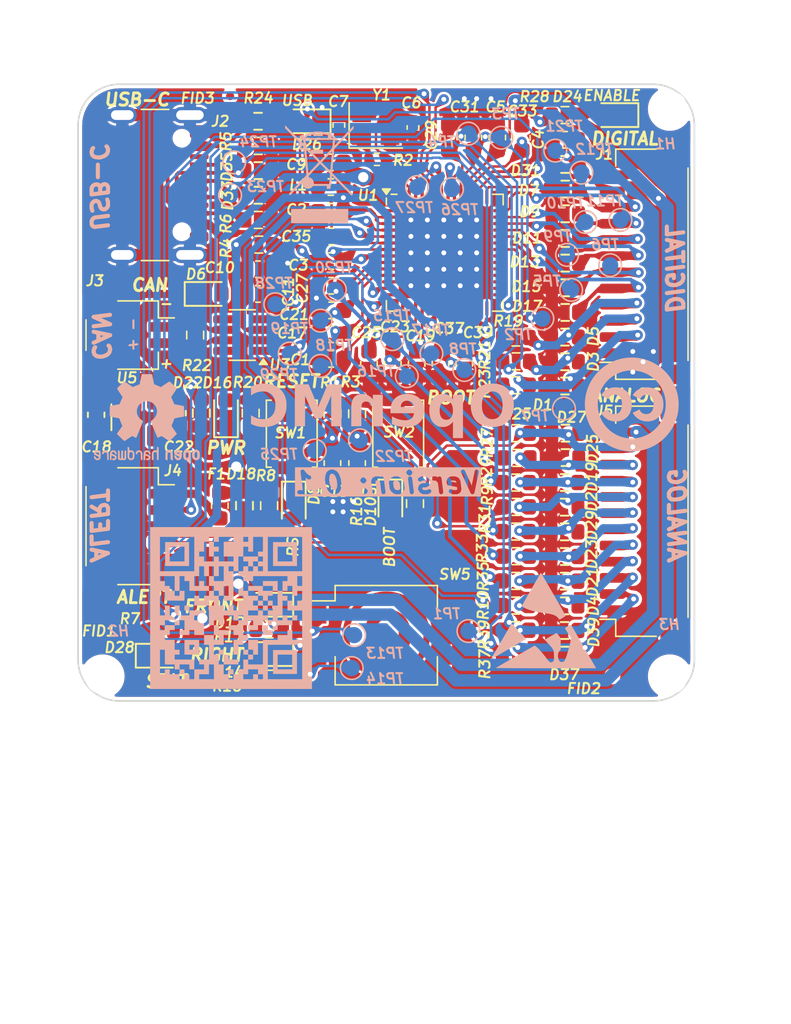
<source format=kicad_pcb>
(kicad_pcb (version 20240108) (generator "pcbnew") (generator_version "8.0")
  (title_block (title "OpenMC") (date "2024-04-07") (rev "0.1") (company "Nebula Labs") (comment 1 "Author: Orion Serup") (comment 2 "https://github.com/orionserup/OpenMC") (comment 3 "CC BY-SA"))
  (layers (0 "F.Cu" signal) (31 "B.Cu" signal) (34 "B.Paste" user) (35 "F.Paste" user) (36 "B.SilkS" user "B.Silkscreen") (37 "F.SilkS" user "F.Silkscreen") (38 "B.Mask" user) (39 "F.Mask" user) (44 "Edge.Cuts" user))
  (net 0 "")
  (net 1 "/GND")
  (net 2 "VDD3P3")
  (net 3 "/V_{ANA}")
  (net 4 "Net-(U1-GPIO3{slash}ADC1_CH2)")
  (net 5 "Net-(J2-CC1)")
  (net 6 "Net-(J2-CC2)")
  (net 20 "/Motor Controller /X-")
  (net 21 "/Motor Controller /X+")
  (net 22 "/Motor Controller /~{RESET}")
  (net 23 "/Motor Controller /BOOT")
  (net 24 "/Motor Controller /IC_SENSE")
  (net 25 "/Motor Controller /VC_SENSE")
  (net 26 "/Motor Controller /IB_SENSE")
  (net 27 "/Motor Controller /VB_SENSE")
  (net 28 "/Motor Controller /VA_SENSE")
  (net 29 "/Motor Controller /IA_SENSE")
  (net 30 "/Motor Controller /VGAIN_SENSE")
  (net 31 "/Motor Controller /IGAIN_SENSE")
  (net 32 "/HALL.C")
  (net 33 "/HALL.B")
  (net 34 "/HALL.A")
  (net 35 "/CL")
  (net 36 "/CH")
  (net 37 "/BL")
  (net 38 "/BH")
  (net 39 "/AL")
  (net 40 "/AH")
  (net 41 "/VGAIN_SENSE")
  (net 42 "/V_SENSE.C")
  (net 43 "/I_SENSE.A")
  (net 44 "/DRIVER_TEMP_SENSE")
  (net 45 "/I_SENSE.C")
  (net 46 "/V_SENSE.B")
  (net 47 "/V_SENSE.A")
  (net 48 "/I_SENSE.B")
  (net 49 "/IGAIN_SENSE")
  (net 50 "/Motor Controller /BACK")
  (net 51 "/Motor Controller /LEFT")
  (net 52 "/Motor Controller /HALL_C")
  (net 53 "/Motor Controller /HALL_B")
  (net 54 "/Motor Controller /HALL_A")
  (net 55 "/D+")
  (net 56 "/D-")
  (net 57 "/MOTOR_TEMP_SENSE")
  (net 58 "/Motor Controller /DRV_TEMP")
  (net 59 "/Motor Controller /MOT_TEMP")
  (net 60 "/CAN Transciever/RX")
  (net 61 "/CAN Transciever/TX")
  (net 62 "/~{INT}")
  (net 63 "/CAN+")
  (net 64 "/CAN-")
  (net 65 "Net-(J4-Pin_1)")
  (net 66 "/VBUS")
  (net 71 "Net-(D8-A)")
  (net 72 "Net-(D10-A)")
  (net 73 "Net-(D12-A)")
  (net 74 "Net-(D14-A)")
  (net 75 "Net-(D16-A)")
  (net 76 "Net-(D24-A)")
  (net 77 "Net-(D26-A)")
  (net 78 "Net-(D6-K)")
  (net 80 "/DRV_EN")
  (net 81 "Net-(D28-A)")
  (net 82 "/Motor Controller /STAT")
  (net 83 "/Motor Controller /TXD")
  (net 84 "/Motor Controller /RXD")
  (footprint "LED_SMD:LED_0603_1608Metric" (layer "F.Cu") (at 118.936 44.861 180)
    (property "Reference" "D24")
    (property "Value" "Red")
  )
  (footprint "Resistor_SMD:R_0603_1608Metric" (layer "F.Cu") (at 112.84 76.6872 180)
    (property "Reference" "R39")
    (property "Value" "4.7k")
  )
  (footprint "Resistor_SMD:R_0603_1608Metric" (layer "F.Cu") (at 115.888 61.5996)
    (property "Reference" "D1")
    (property "Value" "8V")
  )
  (footprint "Capacitor_SMD:C_0603_1608Metric" (layer "F.Cu") (at 101.4555 52.3565 180)
    (property "Reference" "C35")
    (property "Value" "100nF")
  )
  (footprint "Resistor_SMD:R_0603_1608Metric" (layer "F.Cu") (at 115.89925 49.433)
    (property "Reference" "D7")
    (property "Value" "8V")
  )
  (footprint "Resistor_SMD:R_0603_1608Metric" (layer "F.Cu") (at 112.8532 67.564)
    (property "Reference" "R29")
    (property "Value" "10")
  )
  (footprint "Capacitor_SMD:C_0402_1005Metric" (layer "F.Cu") (at 106.49 45.62575 90)
    (property "Reference" "C6")
    (property "Value" "10pF")
  )
  (footprint "Resistor_SMD:R_0603_1608Metric" (layer "F.Cu") (at 103.038 63.312 90)
    (property "Reference" "R3")
    (property "Value" "4.7k")
  )
  (footprint "Resistor_SMD:R_0603_1608Metric" (layer "F.Cu") (at 96.965 52.862 180)
    (property "Reference" "R4")
    (property "Value" "10k")
  )
  (footprint "Resistor_SMD:R_0603_1608Metric" (layer "F.Cu") (at 97.5999 79.6844 180)
    (property "Reference" "R18")
    (property "Value" "4.7k")
  )
  (footprint "LED_SMD:LED_0603_1608Metric" (layer "F.Cu") (at 99.9114 45.242 180)
    (property "Reference" "D26")
    (property "Value" "BLUE")
  )
  (footprint "Capacitor_SMD:C_0603_1608Metric" (layer "F.Cu") (at 101.4354 53.878 180)
    (property "Reference" "C3")
    (property "Value" "100nF")
  )
  (footprint "Capacitor_SMD:C_0603_1608Metric" (layer "F.Cu") (at 96.909 55.91)
    (property "Reference" "C11")
    (property "Value" "100nF")
  )
  (footprint "Resistor_SMD:R_0603_1608Metric" (layer "F.Cu") (at 115.8625 75.181)
    (property "Reference" "D4")
    (property "Value" "8V")
  )
  (footprint "Capacitor_SMD:C_0603_1608Metric" (layer "F.Cu") (at 101.4354 56.926 180)
    (property "Reference" "C21")
    (property "Value" "100nF")
  )
  (footprint "Resistor_SMD:R_0603_1608Metric" (layer "F.Cu") (at 115.9134 66.0192)
    (property "Reference" "D25")
    (property "Value" "8V")
  )
  (footprint "LED_SMD:LED_0603_1608Metric" (layer "F.Cu") (at 105.093 68.864 -90)
    (property "Reference" "D10")
    (property "Value" "Red")
  )
  (footprint "Capacitor_SMD:C_0603_1608Metric" (layer "F.Cu") (at 108.6998 46.245 90)
    (property "Reference" "C29")
    (property "Value" "100nF")
  )
  (footprint "Resistor_SMD:R_0603_1608Metric" (layer "F.Cu") (at 112.8654 60.0756 180)
    (property "Reference" "R21")
    (property "Value" "10")
  )
  (footprint "Resistor_SMD:R_0603_1608Metric" (layer "F.Cu") (at 112.8532 58.6024 180)
    (property "Reference" "R19")
    (property "Value" "10")
  )
  (footprint "Resistor_SMD:R_0603_1608Metric" (layer "F.Cu") (at 90.869 76.738 180)
    (property "Reference" "R7")
    (property "Value" "4.7k")
  )
  (footprint "Resistor_SMD:R_0603_1608Metric" (layer "F.Cu") (at 115.888 58.577)
    (property "Reference" "D5")
    (property "Value" "8V")
  )
  (footprint "Resistor_SMD:R_0603_1608Metric" (layer "F.Cu") (at 93.028 58.45 90)
    (property "Reference" "R22")
    (property "Value" "120")
  )
  (footprint "Connector_JST:JST_SH_SM02B-SRSS-TB_1x02-1MP_P1.00mm_Horizontal" (layer "F.Cu") (at 88.964 58.45 -90)
    (property "Reference" "J3")
    (property "Value" "CAN")
  )
  (footprint "Button_Switch_SMD:SW_Push_SPST_NO_Alps_SKRK" (layer "F.Cu") (at 105.578 64.546 -90)
    (property "Reference" "SW2")
    (property "Value" "BOOT")
  )
  (footprint "Capacitor_SMD:C_0603_1608Metric" (layer "F.Cu") (at 103.7722 60.228 -90)
    (property "Reference" "C25")
    (property "Value" "100nF")
  )
  (footprint "Connector_USB:USB_C_Receptacle_GCT_USB4105-xx-A_16P_TopMnt_Horizontal" (layer "F.Cu") (at 89.599 49.179 -90)
    (property "Reference" "J2")
    (property "Value" "USB-C")
  )
  (footprint "Capacitor_SMD:C_0603_1608Metric" (layer "F.Cu") (at 105.2454 60.228 -90)
    (property "Reference" "C23")
    (property "Value" "100nF")
  )
  (footprint "Button_Switch_SMD:SW_Push_SPST_NO_Alps_SKRK" (layer "F.Cu") (at 98.997 64.546 -90)
    (property "Reference" "SW1")
    (property "Value" "RESET")
  )
  (footprint "Connector_JST:JST_SH_SM12B-SRSS-TB_1x12-1MP_P1.00mm_Horizontal" (layer "F.Cu") (at 120.809 54.074 90)
    (property "Reference" "J1")
    (property "Value" "Motor Digital")
  )
  (footprint "Package_TO_SOT_SMD:SOT-23-5" (layer "F.Cu") (at 89.4099 63.53 -90)
    (property "Reference" "U5")
    (property "Value" "NCP163ASN330T1G")
  )
  (footprint "Capacitor_SMD:C_0603_1608Metric" (layer "F.Cu") (at 109.665 60.2175 90)
    (property "Reference" "C39")
    (property "Value" "100nF")
  )
  (footprint "Resistor_SMD:R_0603_1608Metric" (layer "F.Cu") (at 115.89925 55.529)
    (property "Reference" "D15")
    (property "Value" "8V")
  )
  (footprint "Resistor_SMD:R_0603_1608Metric" (layer "F.Cu") (at 112.84 73.6392)
    (property "Reference" "R35")
    (property "Value" "10")
  )
  (footprint "LED_SMD:LED_0603_1608Metric" (layer "F.Cu") (at 99.124 68.991 -90)
    (property "Reference" "D8")
    (property "Value" "Red")
  )
  (footprint "Resistor_SMD:R_0603_1608Metric" (layer "F.Cu") (at 115.8625 70.609)
    (property "Reference" "D29")
    (property "Value" "8V")
  )
  (footprint "Resistor_SMD:R_0603_1608Metric" (layer "F.Cu") (at 115.89925 57.053)
    (property "Reference" "D17")
    (property "Value" "8V")
  )
  (footprint "Capacitor_SMD:C_0603_1608Metric" (layer "F.Cu") (at 101.41 50.83 180)
    (property "Reference" "C2")
    (property "Value" "4.7uF")
  )
  (footprint "Capacitor_SMD:C_0603_1608Metric" (layer "F.Cu") (at 106.7186 60.228 -90)
    (property "Reference" "C19")
    (property "Value" "100nF")
  )
  (footprint "Resistor_SMD:R_0603_1608Metric" (layer "F.Cu") (at 112.8654 64.516)
    (property "Reference" "R25")
    (property "Value" "10")
  )
  (footprint "Diode_SMD:D_0603_1608Metric" (layer "F.Cu") (at 93.8662 55.91)
    (property "Reference" "D6")
    (property "Value" "600mV")
  )
  (footprint "Fiducial:Fiducial_0.5mm_Mask1mm" (layer "F.Cu") (at 87.313 75.722)
    (property "Reference" "FID1")
    (property "Value" "Fiducial")
  )
  (footprint "Resistor_SMD:R_0603_1608Metric" (layer "F.Cu") (at 96.929 49.814)
    (property "Reference" "D33")
    (property "Value" "8V")
  )
  (footprint "Capacitor_SMD:C_0603_1608Metric" (layer "F.Cu") (at 110.2238 46.245 90)
    (property "Reference" "C31")
    (property "Value" "100nF")
  )
  (footprint "Resistor_SMD:R_0603_1608Metric" (layer "F.Cu") (at 93.409 63.276 90)
    (property "Reference" "D22")
    (property "Value" "8V")
  )
  (footprint "Resistor_SMD:R_0402_1005Metric" (layer "F.Cu") (at 104.2635 47.59175)
    (property "Reference" "R2")
    (property "Value" "1M")
  )
  (footprint "Capacitor_SMD:C_0603_1608Metric" (layer "F.Cu") (at 101.41 47.782 180)
    (property "Reference" "C9")
    (property "Value" "4.7uF")
  )
  (footprint "Capacitor_SMD:C_0603_1608Metric" (layer "F.Cu") (at 91.9358 63.276 90)
    (property "Reference" "C22")
    (property "Value" "4.7uF")
  )
  (footprint "Resistor_SMD:R_0603_1608Metric" (layer "F.Cu") (at 97.6 68.991 90)
    (property "Reference" "R8")
    (property "Value" "4.7k")
  )
  (footprint "Resistor_SMD:R_0603_1608Metric" (layer "F.Cu") (at 115.8625 69.085)
    (property "Reference" "D2")
    (property "Value" "8V")
  )
  (footprint "Capacitor_SMD:C_0603_1608Metric" (layer "F.Cu") (at 101.4354 58.3992 180)
    (property "Reference" "C17")
    (property "Value" "100nF")
  )
  (footprint "Resistor_SMD:R_0603_1608Metric" (layer "F.Cu") (at 112.8654 69.0672)
    (property "Reference" "R9")
    (property "Value" "4.7k")
  )
  (footprint "LED_SMD:LED_0603_1608Metric" (layer "F.Cu") (at 90.8435 78.262)
    (property "Reference" "D28")
    (property "Value" "Blue")
  )
  (footprint "Crystal:Crystal_SMD_2520-4Pin_2.5x2.0mm" (layer "F.Cu") (at 104.1955 45.49875)
    (property "Reference" "Y1")
    (property "Value" "40MHz")
  )
  (footprint "Resistor_SMD:R_0603_1608Metric" (layer "F.Cu") (at 112.8654 61.5488 180)
    (property "Reference" "R23")
    (property "Value" "10")
  )
  (footprint "Resistor_SMD:R_0603_1608Metric" (layer "F.Cu") (at 112.903 66.04)
    (property "Reference" "R27")
    (property "Value" "10")
  )
  (footprint "Package_DFN_QFN:QFN-56-1EP_7x7mm_P0.4mm_EP5.6x5.6mm" (layer "F.Cu") (at 108.4565 53.364)
    (property "Reference" "U1")
    (property "Value" "ESP32-S3")
  )
  (footprint "Resistor_SMD:R_0603_1608Metric" (layer "F.Cu") (at 112.84 70.5912)
    (property "Reference" "R31")
    (property "Value" "10")
  )
  (footprint "Resistor_SMD:R_0603_1608Metric" (layer "F.Cu") (at 96.929 51.338 180)
    (property "Reference" "R6")
    (property "Value" "5.1k")
  )
  (footprint "Resistor_SMD:R_0603_1608Metric" (layer "F.Cu") (at 112.84 75.1632)
    (property "Reference" "R10")
    (property "Value" "4.7k")
  )
  (footprint "Resistor_SMD:R_0603_1608Metric" (layer "F.Cu") (at 112.84 78.2112 180)
    (property "Reference" "R37")
    (property "Value" "4.7k")
  )
  (footprint "Capacitor_SMD:C_0603_1608Metric" (layer "F.Cu") (at 101.4354 55.402 180)
    (property "Reference" "C27")
    (property "Value" "100nF")
  )
  (footprint "Resistor_SMD:R_0603_1608Metric" (layer "F.Cu") (at 96.457 63.276 90)
    (property "Reference" "R20")
    (property "Value" "4.7k")
  )
  (footprint "Resistor_SMD:R_0603_1608Metric" (layer "F.Cu") (at 115.89925 50.957)
    (property "Reference" "D9")
    (property "Value" "8V")
  )
  (footprint "Resistor_SMD:R_0603_1608Metric" (layer "F.Cu") (at 115.89925 54.005)
    (property "Reference" "D13")
    (property "Value" "8V")
  )
  (footprint "Resistor_SMD:R_0603_1608Metric" (layer "F.Cu") (at 96.929 48.29)
    (property "Reference" "D35")
    (property "Value" "8V")
  )
  (footprint "Resistor_SMD:R_0603_1608Metric" (layer "F.Cu") (at 96.076 68.991 90)
    (property "Reference" "D18")
    (property "Value" "8V")
  )
  (footprint "Capacitor_SMD:C_0603_1608Metric" (layer "F.Cu") (at 101.4354 59.9232 180)
    (property "Reference" "C1")
    (property "Value" "100nF")
  )
  (footprint "Capacitor_SMD:C_0402_1005Metric" (layer "F.Cu") (at 101.9095 45.49875 -90)
    (property "Reference" "C7")
    (property "Value" "10pF")
  )
  (footprint "Resistor_SMD:R_0603_1608Metric" (layer "F.Cu") (at 115.888 47.909)
    (property "Reference" "D31")
    (property "Value" "8V")
  )
  (footprint "Fuse:Fuse_0603_1608Metric" (layer "F.Cu") (at 94.552 68.991 -90)
    (property "Reference" "F1")
    (property "Value" "1A")
  )
  (footprint "Capacitor_SMD:C_0603_1608Metric" (layer "F.Cu") (at 103.038 66.36 -90)
    (property "Reference" "C15")
    (property "Value" "100nF")
  )
  (footprint "Resistor_SMD:R_0603_1608Metric" (layer "F.Cu") (at 96.929 46.766 180)
    (property "Reference" "R5")
    (property "Value" "5.1k")
  )
  (footprint "Resistor_SMD:R_0603_1608Metric" (layer "F.Cu") (at 115.89925 52.481)
    (property "Reference" "D11")
    (property "Value" "8V")
  )
  (footprint "Resistor_SMD:R_0603_1608Metric" (layer "F.Cu") (at 115.888 60.101)
    (property "Reference" "D3")
    (property "Value" "8V")
  )
  (footprint "Capacitor_SMD:C_0603_1608Metric" (layer "F.Cu") (at 101.514 66.36 -90)
    (property "Reference" "C13")
    (property "Value" "100nF")
  )
  (footprint "Resistor_SMD:R_0603_1608Metric" (layer "F.Cu") (at 115.9134 64.513)
    (property "Reference" "D27")
    (property "Value" "8V")
  )
  (footprint "Resistor_SMD:R_0603_1608Metric" (layer "F.Cu") (at 101.514 63.312 90)
    (property "Reference" "R1")
    (property "Value" "4.7k")
  )
  (footprint "Resistor_SMD:R_0603_1608Metric" (layer "F.Cu") (at 112.8654 72.1152)
    (property "Reference" "R33")
    (property "Value" "10")
  )
  (footprint "Package_TO_SOT_SMD:SOT-23-8" (layer "F.Cu") (at 95.9435 58.45 180)
    (property "Reference" "U3")
    (property "Value" "TCAN332G")
  )
  (footprint "Capacitor_SMD:C_0603_1608Metric" (layer "F.Cu") (at 111.7023 46.2425 90)
    (property "Reference" "C5")
    (property "Value" "100nF")
  )
  (footprint "Resistor_SMD:R_0603_1608Metric" (layer "F.Cu") (at 96.9142 45.242)
    (property "Reference" "R24")
    (property "Value" "4.7k")
  )
  (footprint "Resistor_SMD:R_0603_1608Metric" (layer "F.Cu") (at 106.617 68.864 90)
    (property "Reference" "R16")
    (property "Value" "4.7k")
  )
  (footprint "LED_SMD:LED_0603_1608Metric" (layer "F.Cu") (at 97.5999 78.1604 180)
    (property "Reference" "D14")
    (property "Value" "Orange")
  )
  (footprint "Capacitor_SMD:C_0603_1608Metric" (layer "F.Cu") (at 108.1918 60.2175 90)
    (property "Reference" "C37")
    (property "Value" "100nF")
  )
  (footprint "Inductor_SMD:L_0603_1608Metric" (layer "F.Cu") (at 101.41 49.306 180)
    (property "Reference" "L1")
    (property "Value" "100uH")
  )
  (footprint "Resistor_SMD:R_0603_1608Metric" (layer "F.Cu") (at 115.888 44.861)
    (property "Reference" "R28")
    (property "Value" "4.7k")
  )
  (footprint "Resistor_SMD:R_0603_1608Metric" (layer "F.Cu") (at 115.8625 72.133)
    (property "Reference" "D23")
    (property "Value" "8V")
  )
  (footprint "Fiducial:Fiducial_0.5mm_Mask1mm" (layer "F.Cu") (at 118.809 79.532)
    (property "Reference" "FID2")
    (property "Value" "Fiducial")
  )
  (footprint "Capacitor_SMD:C_0603_1608Metric" (layer "F.Cu") (at 115.888 46.385 180)
    (property "Reference" "C4")
    (property "Value" "4.7uF")
  )
  (footprint "Resistor_SMD:R_0603_1608Metric" (layer "F.Cu") (at 115.8625 76.705)
    (property "Reference" "D39")
    (property "Value" "8V")
  )
  (footprint "Fiducial:Fiducial_0.5mm_Mask1mm" (layer "F.Cu") (at 95.187 43.688)
    (property "Reference" "FID3")
    (property "Value" "Fiducial")
  )
  (footprint "Resistor_SMD:R_0603_1608Metric" (layer "F.Cu") (at 115.8625 73.657)
    (property "Reference" "D21")
    (property "Value" "8V")
  )
  (footprint "Resistor_SMD:R_0603_1608Metric" (layer "F.Cu") (at 115.8625 78.229)
    (property "Reference" "D37")
    (property "Value" "8V")
  )
  (footprint "Capacitor_SMD:C_0603_1608Metric" (layer "F.Cu") (at 113.221 46.258 90)
    (property "Reference" "C33")
    (property "Value" "100nF")
  )
  (footprint "LED_SMD:LED_0603_1608Metric" (layer "F.Cu") (at 97.5999 75.1124 180)
    (property "Reference" "D12")
    (property "Value" "Yellow")
  )
  (footprint "Connector_JST:JST_SH_SM05B-SRSS-TB_1x05-1MP_P1.00mm_Horizontal" (layer "F.Cu") (at 88.964 70.259 -90)
    (property "Reference" "J4")
    (property "Value" "Controller")
  )
  (footprint "LED_SMD:LED_0603_1608Metric" (layer "F.Cu") (at 94.933 63.276 90)
    (property "Reference" "D16")
    (property "Value" "Red")
  )
  (footprint "Resistor_SMD:R_0603_1608Metric" (layer "F.Cu") (at 97.5999 76.6364)
    (property "Reference" "R17")
    (property "Value" "4.7k")
  )
  (footprint "Symbol:Symbol_CC-ShareAlike_CopperTop_Small" (layer "F.Cu") (at 104.839 76.994)
    (property "Reference" "REF**" (hide yes))
    (property "Value" "Symbol_CC-ShareAlike_CopperTop_Small" (hide yes))
  )
  (footprint "Capacitor_SMD:C_0603_1608Metric" (layer "F.Cu") (at 96.909 54.386)
    (property "Reference" "C10")
    (property "Value" "4.7uF")
  )
  (footprint "Button_Switch_SMD:SW_DIP_SPSTx02_Slide_Omron_A6S-210x_W8.9mm_P2.54mm" (layer "F.Cu") (at 104.839 76.994)
    (property "Reference" "SW5")
    (property "Value" "POS")
  )
  (footprint "Capacitor_SMD:C_0603_1608Metric" (layer "F.Cu") (at 86.9066 63.3776 -90)
    (property "Reference" "C18")
    (property "Value" "4.7uF")
  )
  (footprint "Resistor_SMD:R_0603_1608Metric" (layer "F.Cu") (at 115.8626 67.561)
    (property "Reference" "D19")
    (property "Value" "8V")
  )
  (footprint "Connector_JST:JST_SH_SM12B-SRSS-TB_1x12-1MP_P1.00mm_Horizontal" (layer "F.Cu") (at 120.809 69.952 90)
    (property "Reference" "J5")
    (property "Value" "Motor Analog")
  )
  (footprint "TestPoint:TestPoint_Pad_D1.0mm" (layer "B.Cu") (at 116.904 48.417 180)
    (property "Reference" "TP12")
    (property "Value" "PWM.AH")
  )
  (footprint "TestPoint:TestPoint_Pad_D1.0mm" (layer "B.Cu") (at 109.919 46.004 180)
    (property "Reference" "TP4")
    (property "Value" "HALL_C")
  )
  (footprint "TestPoint:TestPoint_Pad_D1.0mm" (layer "B.Cu") (at 106.744 49.306 180)
    (property "Reference" "TP27")
    (property "Value" "RXD")
  )
  (footprint "MountingHole:MountingHole_2.2mm_M2" (layer "B.Cu") (at 87.313 79.532 180)
    (property "Reference" "H2")
    (property "Value" "MountingHole")
  )
  (footprint "TestPoint:TestPoint_Pad_D1.0mm" (layer "B.Cu") (at 100.775 60.355 180)
    (property "Reference" "TP18")
    (property "Value" "IC_SENSE")
  )
  (footprint "Symbol:OSHW-Logo2_7.3x6mm_SilkScreen" (layer "B.Cu") (at 90.043 63.627 180)
    (property "Reference" "REF**" (hide yes))
    (property "Value" "OSHW-Logo2_7.3x6mm_SilkScreen" (hide yes))
  )
  (footprint "TestPoint:TestPoint_Pad_D1.0mm" (layer "B.Cu") (at 101.664 55.656 180)
    (property "Reference" "TP20")
    (property "Value" "IA_SENSE")
  )
  (footprint "TestPoint:TestPoint_Pad_D1.0mm" (layer "B.Cu") (at 119.317 51.338 180)
    (property "Reference" "TP11")
    (property "Value" "PWM.AL")
  )
  (footprint "TestPoint:TestPoint_Pad_D1.0mm" (layer "B.Cu") (at 97.981 56.545 180)
    (property "Reference" "TP28")
    (property "Value" "RX")
  )
  (footprint "TestPoint:TestPoint_Pad_D1.0mm" (layer "B.Cu") (at 115.824 62.992 180)
    (property "Reference" "TP7")
    (property "Value" "GND")
  )
  (footprint "TestPoint:TestPoint_Pad_D1.0mm" (layer "B.Cu") (at 108.903 49.433 180)
    (property "Reference" "TP26")
    (property "Value" "TXD")
  )
  (footprint "Symbol:ESD-Logo_6.6x6mm_SilkScreen" (layer "B.Cu") (at 114.554 76.073 180)
    (property "Reference" "REF**" (hide yes))
    (property "Value" "ESD-Logo_6.6x6mm_SilkScreen" (hide yes))
  )
  (footprint "Symbol:Symbol_CreativeCommons_SilkScreenTop_Type2_Big" (layer "B.Cu") (at 120.015 62.738 180)
    (property "Reference" "REF**" (hide yes))
    (property "Value" "Symbol_CreativeCommons_SilkScreenTop_Type2_Big" (hide yes))
  )
  (footprint "TestPoint:TestPoint_Pad_D1.0mm" (layer "B.Cu") (at 116.015 53.497 180)
    (property "Reference" "TP9")
    (property "Value" "PWM.BL")
  )
  (footprint "TestPoint:TestPoint_Pad_D1.0mm" (layer "B.Cu") (at 111.951 46.258 180)
    (property "Reference" "TP3")
    (property "Value" "HALL_B")
  )
  (footprint "TestPoint:TestPoint_Pad_D1.0mm" (layer "B.Cu") (at 117.158 51.465 180)
    (property "Reference" "TP10")
    (property "Value" "PWM.BH")
  )
  (footprint "TestPoint:TestPoint_Pad_D1.0mm" (layer "B.Cu") (at 118.682 54.132 180)
    (property "Reference" "TP6")
    (property "Value" "PWM.CH")
  )
  (footprint "TestPoint:TestPoint_Pad_D1.0mm" (layer "B.Cu") (at 106.109 60.99 180)
    (property "Reference" "TP16")
    (property "Value" "VB_SENSE")
  )
  (footprint "TestPoint:TestPoint_Pad_D1.0mm" (layer "B.Cu") (at 114.491 57.434 180)
    (property "Reference" "TP2")
    (property "Value" "HALL_A")
  )
  (footprint "TestPoint:TestPoint_Pad_D1.0mm" (layer "B.Cu") (at 95.187 49.814 180)
    (property "Reference" "TP23")
    (property "Value" "D+")
  )
  (footprint "TestPoint:TestPoint_Pad_D1.0mm" (layer "B.Cu") (at 103.211 64.95 180)
    (property "Reference" "TP22")
    (property "Value" "BOOT")
  )
  (footprint "Symbol:WEEE-Logo_4.2x6mm_SilkScreen" (layer "B.Cu") (at 100.711 48.514 180)
    (property "Reference" "REF**" (hide yes))
    (property "Value" "WEEE-Logo_4.2x6mm_SilkScreen" (hide yes))
  )
  (footprint "TestPoint:TestPoint_Pad_D1.0mm" (layer "B.Cu") (at 102.7054 79.024 180)
    (property "Reference" "TP14")
    (property "Value" "LEFT")
  )
  (footprint "MountingHole:MountingHole_2.2mm_M2" (layer "B.Cu") (at 122.365 44.48 180)
    (property "Reference" "H1")
    (property "Value" "MountingHole")
  )
  (footprint "TestPoint:TestPoint_Pad_D1.0mm" (layer "B.Cu") (at 95.441 47.782 180)
    (property "Reference" "TP24")
    (property "Value" "D-")
  )
  (footprint "TestPoint:TestPoint_Pad_D1.0mm" (layer "B.Cu") (at 116.269 55.656 180)
    (property "Reference" "TP5")
    (property "Value" "PWM.CL")
  )
  (footprint "TestPoint:TestPoint_Pad_D1.0mm" (layer "B.Cu") (at 100.417 65.585 180)
    (property "Reference" "TP25")
    (property "Value" "~{RESET}")
  )
  (footprint "TestPoint:TestPoint_Pad_D1.0mm" (layer "B.Cu") (at 115.289 47.056 180)
    (property "Reference" "TP21")
    (property "Value" "DRIVER_ENABLE")
  )
  (footprint "TestPoint:TestPoint_Pad_D1.0mm" (layer "B.Cu") (at 105.22 58.704 180)
    (property "Reference" "TP15")
    (property "Value" "VA_SENSE")
  )
  (footprint "LOGO" (layer "B.Cu") (at 95.25 75.311 180)
    (property "Reference" "G***" (hide yes))
    (property "Value" "LOGO" (hide yes))
  )
  (footprint "TestPoint:TestPoint_Pad_D1.0mm" (layer "B.Cu") (at 100.775 57.561 180)
    (property "Reference" "TP19")
    (property "Value" "IB_SENSE")
  )
  (footprint "TestPoint:TestPoint_Pad_D1.0mm" (layer "B.Cu") (at 109.665 60.609 180)
    (property "Reference" "TP8")
    (property "Value" "VGAIN_SENSE")
  )
  (footprint "TestPoint:TestPoint_Pad_D1.0mm" (layer "B.Cu") (at 102.8578 76.992 180)
    (property "Reference" "TP13")
    (property "Value" "BACK")
  )
  (footprint "TestPoint:TestPoint_Pad_D1.0mm" (layer "B.Cu") (at 109.919 76.738 180)
    (property "Reference" "TP1")
    (property "Value" "IGAIN_SENSE")
  )
  (footprint "TestPoint:TestPoint_Pad_D1.0mm" (layer "B.Cu") (at 107.633 59.593 180)
    (property "Reference" "TP17")
    (property "Value" "VC_SENSE")
  )
  (footprint "TestPoint:TestPoint_Pad_D1.0mm" (layer "B.Cu") (at 98.87 59.593 180)
    (property "Reference" "TP29")
    (property "Value" "TX")
  )
  (footprint "MountingHole:MountingHole_2.2mm_M2" (layer "B.Cu") (at 122.365 79.532 180)
    (property "Reference" "H3")
    (property "Value" "MountingHole")
  )
  (gr_line (start 85.789 78.516) (end 85.789 45.496) (stroke (width 0.1)) (layer "Edge.Cuts"))
  (gr_arc (start 123.889 78.516) (mid 123.145051 80.312051) (end 121.349 81.056) (stroke (width 0.1)) (layer "Edge.Cuts"))
  (gr_line (start 121.349 81.056) (end 88.329 81.056) (stroke (width 0.1)) (layer "Edge.Cuts"))
  (gr_line (start 123.889 45.496) (end 123.889 78.516) (stroke (width 0.1)) (layer "Edge.Cuts"))
  (gr_arc (start 121.349 42.956) (mid 123.145051 43.699949) (end 123.889 45.496) (stroke (width 0.1)) (layer "Edge.Cuts"))
  (gr_arc (start 85.789 45.496) (mid 86.532949 43.699949) (end 88.329 42.956) (stroke (width 0.1)) (layer "Edge.Cuts"))
  (gr_line (start 88.329 42.956) (end 121.349 42.956) (stroke (width 0.1)) (layer "Edge.Cuts"))
  (gr_arc (start 88.329 81.056) (mid 86.532949 80.312051) (end 85.789 78.516) (stroke (width 0.1)) (layer "Edge.Cuts"))
  (gr_text "CAN" (at 86.614 60.198 -90) (layer "B.SilkS") (effects (font (size 1.016 1.016) (thickness 0.254) (bold yes) (italic yes)) (justify left bottom mirror)))
  (gr_text "OpenMC" (at 112.903 64.516 0) (layer "B.SilkS") (effects (font (size 2.54 2.54) (thickness 0.3) (bold yes) (italic yes)) (justify left bottom mirror)))
  (gr_text "ANALOG" (at 122.174 72.644 -90) (layer "B.SilkS") (effects (font (size 1.016 1.016) (thickness 0.254) (bold yes) (italic yes)) (justify left bottom mirror)))
  (gr_text "ALERT" (at 86.487 72.644 -90) (layer "B.SilkS") (effects (font (size 1.016 1.016) (thickness 0.254) (bold yes) (italic yes)) (justify left bottom mirror)))
  (gr_text "- +" (at 89.535 57.277 90) (layer "B.SilkS") (effects (font (size 0.635 0.635) (thickness 0.127) (bold yes) (italic yes)) (justify left bottom mirror)))
  (gr_text "Version: ${REVISION}" (at 110.871 68.326 0) (layer "B.SilkS" knockout) (effects (font (size 1.27 1.27) (thickness 0.254) (bold yes) (italic yes)) (justify left bottom mirror)))
  (gr_text "USB-C" (at 86.487 52.197 -90) (layer "B.SilkS") (effects (font (size 1.016 1.016) (thickness 0.254) (bold yes) (italic yes)) (justify left bottom mirror)))
  (gr_text "DIGITAL" (at 122.047 57.277 -90) (layer "B.SilkS") (effects (font (size 1.016 1.016) (thickness 0.254) (bold yes) (italic yes)) (justify left bottom mirror)))
  (gr_text "BOOT\n" (at 105.41 72.898 90) (layer "F.SilkS") (effects (font (size 0.635 0.635) (thickness 0.127) (bold yes) (italic yes)) (justify left bottom)))
  (gr_text "ANALOG\n" (at 117.412 62.641 0) (layer "F.SilkS") (effects (font (size 0.762 0.762) (thickness 0.1778) (bold yes) (italic yes)) (justify left bottom)))
  (gr_text "RIGHT\n" (at 92.5962 78.6684 0) (layer "F.SilkS") (effects (font (size 0.762 0.762) (thickness 0.1778) (bold yes) (italic yes)) (justify left bottom)))
  (gr_text "CAN" (at 88.9894 55.8084 0) (layer "F.SilkS") (effects (font (size 0.762 0.762) (thickness 0.1778) (bold yes) (italic yes)) (justify left bottom)))
  (gr_text "PWR" (at 93.6122 65.8668 0) (layer "F.SilkS") (effects (font (size 0.762 0.762) (thickness 0.1778) (bold yes) (italic yes)) (justify left bottom)))
  (gr_text "+" (at 90.749 60.56 0) (layer "F.SilkS") (effects (font (size 0.635 0.635) (thickness 0.127) (bold yes) (italic yes)) (justify left bottom)))
  (gr_text "USB-C\n" (at 87.313 44.353 0) (layer "F.SilkS") (effects (font (size 0.762 0.762) (thickness 0.1778) (bold yes) (italic yes)) (justify left bottom)))
  (gr_text "ALERT" (at 88.075 75.087 0) (layer "F.SilkS") (effects (font (size 0.762 0.762) (thickness 0.1778) (bold yes) (italic yes)) (justify left bottom)))
  (gr_text "RESET\n" (at 97.1174 61.752 0) (layer "F.SilkS") (effects (font (size 0.762 0.762) (thickness 0.1778) (bold yes) (italic yes)) (justify left bottom)))
  (gr_text "BOOT\n" (at 107.2266 62.768 0) (layer "F.SilkS") (effects (font (size 0.762 0.762) (thickness 0.1778) (bold yes) (italic yes)) (justify left bottom)))
  (gr_text "STAT" (at 89.853 80.294 0) (layer "F.SilkS") (effects (font (size 0.762 0.762) (thickness 0.1778) (bold yes) (italic yes)) (justify left bottom)))
  (gr_text "ENABLE\n" (at 116.9294 44.0228 0) (layer "F.SilkS") (effects (font (size 0.635 0.635) (thickness 0.127) (bold yes) (italic yes)) (justify left bottom)))
  (gr_text "RST\n" (at 99.441 72.263 90) (layer "F.SilkS") (effects (font (size 0.635 0.635) (thickness 0.127) (bold yes) (italic yes)) (justify left bottom)))
  (gr_text "-" (at 90.749 56.865 0) (layer "F.SilkS") (effects (font (size 0.635 0.635) (thickness 0.127) (bold yes) (italic yes)) (justify left bottom)))
  (gr_text "FRONT" (at 92.2406 75.6712 0) (layer "F.SilkS") (effects (font (size 0.762 0.762) (thickness 0.1778) (bold yes) (italic yes)) (justify left bottom)))
  (gr_text "USB\n" (at 98.2858 44.3276 0) (layer "F.SilkS") (effects (font (size 0.635 0.635) (thickness 0.127) (bold yes) (italic yes)) (justify left bottom)))
  (gr_text "DIGITAL" (at 117.412 46.766 0) (layer "F.SilkS") (effects (font (size 0.762 0.762) (thickness 0.1778) (bold yes) (italic yes)) (justify left bottom)))
  (segment (start 101.9095 45.01875) (end 100.92215 45.01875) (width 0.2286) (layer "F.Cu") (net 1))
  (segment (start 105.2454 61.003) (end 103.7722 61.003) (width 0.2286) (layer "F.Cu") (net 1))
  (via (at 102.172 68.737) (size 0.635) (drill 0.3048) (layers "F.Cu" "B.Cu") (net 1))
  (via (at 121.349 59.466) (size 0.635) (drill 0.3048) (layers "F.Cu" "B.Cu") (net 1))
  (via (at 110.427 53.37) (size 0.635) (drill 0.3048) (layers "F.Cu" "B.Cu") (net 1))
  (via (at 108.395 54.386) (size 0.635) (drill 0.3048) (layers "F.Cu" "B.Cu") (net 1))
  (via (at 106.363 53.37) (size 0.635) (drill 0.3048) (layers "F.Cu" "B.Cu") (net 1))
  (via (at 120.079 59.466) (size 0.635) (drill 0.3048) (layers "F.Cu" "B.Cu") (net 1))
  (via (at 102.807 68.737) (size 0.635) (drill 0.3048) (layers "F.Cu" "B.Cu") (net 1))
  (via (at 109.411 54.386) (size 0.635) (drill 0.3048) (layers "F.Cu" "B.Cu") (net 1))
  (via (at 110.427 51.338) (size 0.635) (drill 0.3048) (layers "F.Cu" "B.Cu") (net 1))
  (via (at 108.395 53.37) (size 0.635) (drill 0.3048) (layers "F.Cu" "B.Cu") (net 1))
  (via (at 108.395 52.354) (size 0.635) (drill 0.3048) (layers "F.Cu" "B.Cu") (net 1))
  (via (at 102.172 69.372) (size 0.635) (drill 0.3048) (layers "F.Cu" "B.Cu") (net 1))
  (via (at 106.363 51.338) (size 0.635) (drill 0.3048) (layers "F.Cu" "B.Cu") (net 1))
  (via (at 100.8766 44.3784) (size 0.635) (drill 0.3048) (layers "F.Cu" "B.Cu") (net 1))
  (via (at 109.665 43.845) (size 0.635) (drill 0.3048) (layers "F.Cu" "B.Cu") (net 1))
  (via (at 106.363 54.386) (size 0.635) (drill 0.3048) (layers "F.Cu" "B.Cu") (net 1))
  (via (at 120.079 60.736) (size 0.635) (drill 0.3048) (layers "F.Cu" "B.Cu") (net 1))
  (via (at 101.537 69.372) (size 0.635) (drill 0.3048) (layers "F.Cu" "B.Cu") (net 1))
  (via (at 107.379 53.37) (size 0.635) (drill 0.3048) (layers "F.Cu" "B.Cu") (net 1))
  (via (at 107.379 52.354) (size 0.635) (drill 0.3048) (layers "F.Cu" "B.Cu") (net 1))
  (via (at 109.411 52.354) (size 0.635) (drill 0.3048) (layers "F.Cu" "B.Cu") (net 1))
  (via (at 110.427 52.354) (size 0.635) (drill 0.3048) (layers "F.Cu" "B.Cu") (net 1))
  (via (at 106.363 52.354) (size 0.635) (drill 0.3048) (layers "F.Cu" "B.Cu") (net 1))
  (via (at 107.379 54.386) (size 0.635) (drill 0.3048) (layers "F.Cu" "B.Cu") (net 1))
  (via (at 106.363 55.402) (size 0.635) (drill 0.3048) (layers "F.Cu" "B.Cu") (net 1))
  (via (at 109.411 51.338) (size 0.635) (drill 0.3048) (layers "F.Cu" "B.Cu") (net 1))
  (via (at 109.411 53.37) (size 0.635) (drill 0.3048) (layers "F.Cu" "B.Cu") (net 1))
  (via (at 109.411 58.196) (size 0.635) (drill 0.3048) (layers "F.Cu" "B.Cu") (net 1))
  (via (at 108.395 51.338) (size 0.635) (drill 0.3048) (layers "F.Cu" "B.Cu") (net 1))
  (via (at 111.316 43.845) (size 0.635) (drill 0.3048) (layers "F.Cu" "B.Cu") (net 1))
  (via (at 110.427 43.845) (size 0.635) (drill 0.3048) (layers "F.Cu" "B.Cu") (net 1))
  (via (at 110.427 55.402) (size 0.635) (drill 0.3048) (layers "F.Cu" "B.Cu") (net 1))
  (via (at 108.395 55.402) (size 0.635) (drill 0.3048) (layers "F.Cu" "B.Cu") (net 1))
  (via (at 100.521 56.164) (size 0.635) (drill 0.3048) (layers "F.Cu" "B.Cu") (net 1))
  (via (at 107.379 51.338) (size 0.635) (drill 0.3048) (layers "F.Cu" "B.Cu") (net 1))
  (via (at 98.743 54.005) (size 0.635) (drill 0.3048) (layers "F.Cu" "B.Cu") (net 1))
  (via (at 101.537 68.737) (size 0.635) (drill 0.3048) (layers "F.Cu" "B.Cu") (net 1))
  (via (at 110.427 54.386) (size 0.635) (drill 0.3048) (layers "F.Cu" "B.Cu") (net 1))
  (via (at 109.411 55.402) (size 0.635) (drill 0.3048) (layers "F.Cu" "B.Cu") (net 1))
  (via (at 120.714 60.101) (size 0.635) (drill 0.3048) (layers "F.Cu" "B.Cu") (net 1))
  (via (at 107.379 55.402) (size 0.635) (drill 0.3048) (layers "F.Cu" "B.Cu") (net 1))
  (segment (start 110.5593 48.2745) (end 110.7498 48.084) (width 0.1524) (layer "F.Cu") (net 2))
  (segment (start 112.7638 44.0228) (end 112.4698 44.3168) (width 0.1524) (layer "F.Cu") (net 2))
  (segment (start 96.076 68.2035) (end 96.076 67.086) (width 0.508) (layer "F.Cu") (net 2))
  (segment (start 94.552 68.2035) (end 97.5625 68.2035) (width 0.508) (layer "F.Cu") (net 2))
  (segment (start 109.8565 49.9265) (end 109.8565 48.9551) (width 0.1524) (layer "F.Cu") (net 2))
  (segment (start 97.6737 77.3876) (end 96.280337 77.3876) (width 0.1524) (layer "F.Cu") (net 2))
  (segment (start 117.539 47.147) (end 116.777 46.385) (width 0.254) (layer "F.Cu") (net 2))
  (segment (start 100.29 63.68) (end 101.483 62.487) (width 0.254) (layer "F.Cu") (net 2))
  (segment (start 103.847762 50.727762) (end 104.0015 50.8815) (width 0.2286) (layer "F.Cu") (net 2))
  (segment (start 117.539 47.909) (end 117.539 47.147) (width 0.254) (layer "F.Cu") (net 2))
  (segment (start 103.038 62.487) (end 101.514 62.487) (width 0.1524) (layer "F.Cu") (net 2))
  (segment (start 110.645 48.1888) (end 110.6228 48.1888) (width 0.1524) (layer "F.Cu") (net 2))
  (segment (start 121.6665 50.0045) (end 120.207 48.545) (width 0.508) (layer "F.Cu") (net 2))
  (segment (start 103.415 62.487) (end 106.998 66.07) (width 0.254) (layer "F.Cu") (net 2))
  (segment (start 118.175 48.545) (end 117.539 47.909) (width 0.254) (layer "F.Cu") (net 2))
  (segment (start 96.14 52.862) (end 96.14 55.904) (width 0.508) (layer "F.Cu") (net 2))
  (segment (start 120.207 48.545) (end 119.063 48.545) (width 0.508) (layer "F.Cu") (net 2))
  (segment (start 95.949 57.942) (end 95.949 56.095) (width 0.2286) (layer "F.Cu") (net 2))
  (segment (start 104.204 51.084) (end 104.0015 50.8815) (width 0.1524) (layer "F.Cu") (net 2))
  (segment (start 95.888537 77.7794) (end 95.888537 78.798037) (width 0.1524) (layer "F.Cu") (net 2))
  (segment (start 98.4249 76.6364) (end 97.6737 77.3876) (width 0.1524) (layer "F.Cu") (net 2))
  (segment (start 96.132 58.125) (end 95.949 57.942) (width 0.2286) (layer "F.Cu") (net 2))
  (segment (start 96.280337 77.3876) (end 95.888537 77.7794) (width 0.1524) (layer "F.Cu") (net 2))
  (segment (start 112.4698 44.3168) (end 112.4698 46.25) (width 0.1524) (layer "F.Cu") (net 2))
  (segment (start 90.9764 64.051) (end 90.3599 64.6675) (width 0.508) (layer "F.Cu") (net 2))
  (segment (start 96.14 52.862) (end 95.568 52.862) (width 0.1524) (layer "F.Cu") (net 2))
  (segment (start 97.081 58.125) (end 96.132 58.125) (width 0.2286) (layer "F.Cu") (net 2))
  (segment (start 106.998 66.07) (end 106.998 67.658) (width 0.254) (layer "F.Cu") (net 2))
  (segment (start 110.7498 48.084) (end 110.645 48.1888) (width 0.1524) (layer "F.Cu") (net 2))
  (segment (start 96.457 65.689) (end 96.457 64.101) (width 0.254) (layer "F.Cu") (net 2))
  (segment (start 104.284 51.164) (end 104.0015 50.8815) (width 0.1524) (layer "F.Cu") (net 2))
  (segment (start 91.9358 64.051) (end 90.9764 64.051) (width 0.508) (layer "F.Cu") (net 2))
  (segment (start 106.998 67.658) (end 106.617 68.039) (width 0.254) (layer "F.Cu") (net 2))
  (segment (start 101.483 62.487) (end 103.038 62.487) (width 0.254) (layer "F.Cu") (net 2))
  (segment (start 97.89205 76.42055) (end 97.89205 76.2959) (width 0.1524) (layer "F.Cu") (net 2))
  (segment (start 100.544 63.426) (end 101.483 62.487) (width 0.1524) (layer "F.Cu") (net 2))
  (segment (start 91.9358 65.054) (end 93.4598 66.578) (width 0.508) (layer "F.Cu") (net 2))
  (segment (start 104.204 51.338) (end 104.204 51.084) (width 0.1524) (layer "F.Cu") (net 2))
  (segment (start 96.457 64.101) (end 99.869 64.101) (width 0.254) (layer "F.Cu") (net 2))
  (segment (start 95.888537 78.798037) (end 96.7749 79.6844) (width 0.1524) (layer "F.Cu") (net 2))
  (segment (start 105.019 51.164) (end 104.284 51.164) (width 0.1524) (layer "F.Cu") (net 2))
  (segment (start 112.4698 46.25) (end 111.7023 47.0175) (width 0.1524) (layer "F.Cu") (net 2))
  (segment (start 96.134 54.386) (end 96.134 55.91) (width 0.254) (layer "F.Cu") (net 2))
  (segment (start 109.8565 48.9551) (end 110.6228 48.1888) (width 0.1524) (layer "F.Cu") (net 2))
  (segment (start 107.652121 57.737998) (end 107.8565 57.533619) (width 0.1524) (layer "F.Cu") (net 2))
  (segment (start 110.6228 48.1888) (end 111.7023 47.1093) (width 0.1524) (layer "F.Cu") (net 2))
  (segment (start 95.568 66.578) (end 96.457 65.689) (width 0.254) (layer "F.Cu") (net 2))
  (segment (start 91.9358 64.051) (end 91.9358 65.054) (width 0.508) (layer "F.Cu") (net 2))
  (segment (start 103.038 62.487) (end 103.415 62.487) (width 0.254) (layer "F.Cu") (net 2))
  (segment (start 93.4598 66.578) (end 95.568 66.578) (width 0.508) (layer "F.Cu") (net 2))
  (segment (start 96.076 67.086) (end 95.568 66.578) (width 0.508) (layer "F.Cu") (net 2))
  (segment (start 100.29 63.68) (end 100.544 63.426) (width 0.254) (layer "F.Cu") (net 2))
  (segment (start 102.287238 50.727762) (end 103.847762 50.727762) (width 0.2286) (layer "F.Cu") (net 2))
  (segment (start 104.0015 50.8815) (end 104.1015 50.9815) (width 0.2286) (layer "F.Cu") (net 2))
  (segment (start 107.8565 57.533619) (end 107.8565 56.8015) (width 0.1524) (layer "F.Cu") (net 2))
  (segment (start 102.185 50.83) (end 102.185 49.3185) (width 0.508) (layer "F.Cu") (net 2))
  (segment (start 98.1079 76.6364) (end 97.89205 76.42055) (width 0.1524) (layer "F.Cu") (net 2))
  (segment (start 99.869 64.101) (end 100.29 63.68) (width 0.254) (layer "F.Cu") (net 2))
  (segment (start 105.019 51.564) (end 104.43 51.564) (width 0.1524) (layer "F.Cu") (net 2))
  (segment (start 104.43 51.564) (end 104.204 51.338) (width 0.1524) (layer "F.Cu") (net 2))
  (via (at 95.568 52.862) (size 0.635) (drill 0.3048) (layers "F.Cu" "B.Cu") (net 2))
  (via (at 97.89205 76.2959) (size 0.635) (drill 0.3048) (layers "F.Cu" "B.Cu") (net 2))
  (via (at 112.8146 43.972) (size 0.635) (drill 0.3048) (layers "F.Cu" "B.Cu") (net 2))
  (via (at 95.568 66.578) (size 1.016) (drill 0.635) (layers "F.Cu" "B.Cu") (net 2))
  (via (at 102.185 49.964) (size 0.635) (drill 0.3048) (layers "F.Cu" "B.Cu") (net 2))
  (via (at 107.652121 57.737998) (size 0.635) (drill 0.3048) (layers "F.Cu" "B.Cu") (net 2))
  (via (at 121.6665 50.0045) (size 0.635) (drill 0.3048) (layers "F.Cu" "B.Cu") (net 2))
  (segment (start 94.6059 74.801479) (end 95.526421 75.722) (width 0.762) (layer "B.Cu") (net 2))
  (segment (start 109.157 79.786) (end 105.093 75.722) (width 0.762) (layer "B.Cu") (net 2))
  (segment (start 95.568 52.862) (end 95.568 66.578) (width 0.508) (layer "B.Cu") (net 2))
  (segment (start 122.238 51.338) (end 122.238 76.0014) (width 0.762) (layer "B.Cu") (net 2))
  (segment (start 103.819 49.964) (end 102.185 49.964) (width 0.508) (layer "B.Cu") (net 2))
  (segment (start 102.185 49.964) (end 98.548894 49.964) (width 0.508) (layer "B.Cu") (net 2))
  (segment (start 104.966 55.3594) (end 104.966 51.111) (width 0.508) (layer "B.Cu") (net 2))
  (segment (start 105.093 75.722) (end 95.526421 75.722) (width 0.762) (layer "B.Cu") (net 2))
  (segment (start 104.966 51.111) (end 103.819 49.964) (width 0.508) (layer "B.Cu") (net 2))
  (segment (start 122.238 76.0014) (end 118.4534 79.786) (width 0.762) (layer "B.Cu") (net 2))
  (segment (start 121.6665 50.0045) (end 122.238 50.576) (width 0.762) (layer "B.Cu") (net 2))
  (segment (start 95.650894 52.862) (end 95.568 52.862) (width 0.508) (layer "B.Cu") (net 2))
  (segment (start 95.568 70.134) (end 95.568 66.578) (width 0.762) (layer "B.Cu") (net 2))
  (segment (start 118.4534 79.786) (end 109.157 79.786) (width 0.762) (layer "B.Cu") (net 2))
  (segment (start 94.4758 71.2262) (end 95.568 70.134) (width 0.762) (layer "B.Cu") (net 2))
  (segment (start 112.7638 43.972) (end 115.6086 43.972) (width 0.762) (layer "B.Cu") (net 2))
  (segment (start 97.7269 76.13075) (end 97.7269 75.6204) (width 0.1524) (layer "B.Cu") (net 2))
  (segment (start 115.6086 43.972) (end 122.238 50.6014) (width 0.762) (layer "B.Cu") (net 2))
  (segment (start 94.6059 74.801479) (end 94.4758 74.671379) (width 0.762) (layer "B.Cu") (net 2))
  (segment (start 122.238 50.576) (end 122.238 51.338) (width 0.762) (layer "B.Cu") (net 2))
  (segment (start 107.344598 57.737998) (end 104.966 55.3594) (width 0.508) (layer "B.Cu") (net 2))
  (segment (start 98.548894 49.964) (end 95.650894 52.862) (width 0.508) (layer "B.Cu") (net 2))
  (segment (start 122.238 50.6014) (end 122.238 51.338) (width 0.762) (layer "B.Cu") (net 2))
  (segment (start 97.89205 76.2959) (end 97.7269 76.13075) (width 0.1524) (layer "B.Cu") (net 2))
  (segment (start 94.4758 74.671379) (end 94.4758 71.2262) (width 0.762) (layer "B.Cu") (net 2))
  (segment (start 107.652121 57.737998) (end 107.344598 57.737998) (width 0.508) (layer "B.Cu") (net 2))
  (segment (start 119.063 64.452) (end 120.2746 64.452) (width 0.508) (layer "F.Cu") (net 3))
  (segment (start 103.4166 48.6964) (end 103.0994 48.6964) (width 0.508) (layer "F.Cu") (net 3))
  (segment (start 105.728 48.925) (end 105.347 48.925) (width 0.1524) (layer "F.Cu") (net 3))
  (segment (start 105.855 48.925) (end 106.2565 49.3265) (width 0.1524) (layer "F.Cu") (net 3))
  (segment (start 103.328 48.925) (end 103.4166 49.0136) (width 0.508) (layer "F.Cu") (net 3))
  (segment (start 103.0994 48.6964) (end 102.185 47.782) (width 0.508) (layer "F.Cu") (net 3))
  (segment (start 105.855 48.925) (end 105.728 48.925) (width 0.1524) (layer "F.Cu") (net 3))
  (segment (start 103.4166 49.0136) (end 103.4166 48.6964) (width 0.508) (layer "F.Cu") (net 3))
  (segment (start 95.601 73.817) (end 95.695 73.817) (width 0.762) (layer "F.Cu") (net 3))
  (segment (start 100.6356 49.306) (end 102.1596 47.782) (width 0.508) (layer "F.Cu") (net 3))
  (segment (start 105.8565 48.9265) (end 105.855 48.925) (width 0.1524) (layer "F.Cu") (net 3))
  (segment (start 105.728 48.925) (end 105.601 48.925) (width 0.1524) (layer "F.Cu") (net 3))
  (segment (start 106.2565 49.9265) (end 106.2565 49.3265) (width 0.1524) (layer "F.Cu") (net 3))
  (segment (start 105.8565 49.9265) (end 105.8565 48.9265) (width 0.1524) (layer "F.Cu") (net 3))
  (segment (start 120.2746 64.452) (end 120.2822 64.4444) (width 0.508) (layer "F.Cu") (net 3))
  (segment (start 105.347 48.925) (end 103.328 48.925) (width 0.508) (layer "F.Cu") (net 3))
  (segment (start 93.472 75.946) (end 95.601 73.817) (width 0.762) (layer "F.Cu") (net 3))
  (via (at 93.472 75.946) (size 1.016) (drill 0.635) (layers "F.Cu" "B.Cu") (net 3))
  (via (at 95.695 73.817) (size 1.016) (drill 0.635) (layers "F.Cu" "B.Cu") (net 3))
  (via (at 103.4166 48.6964) (size 1.016) (drill 0.635) (layers "F.Cu" "B.Cu") (net 3))
  (via (at 120.2822 64.4444) (size 0.635) (drill 0.3048) (layers "F.Cu" "B.Cu") (net 3))
  (segment (start 94.7806 52.495516) (end 98.579716 48.6964) (width 0.508) (layer "B.Cu") (net 3))
  (segment (start 94.3742 65.7144) (end 94.7806 65.308) (width 0.508) (layer "B.Cu") (net 3))
  (segment (start 120.435271 64.4444) (end 121.326 65.335129) (width 0.762) (layer "B.Cu") (net 3))
  (segment (start 94.7806 65.308) (end 94.7806 52.495516) (width 0.508) (layer "B.Cu") (net 3))
  (segment (start 93.472 75.946) (end 93.472 70.5282) (width 0.508) (layer "B.Cu") (net 3))
  (segment (start 121.326 65.335129) (end 121.326 75.623638) (width 0.762) (layer "B.Cu") (net 3))
  (segment (start 93.472 70.5282) (end 94.3742 69.626) (width 0.508) (layer "B.Cu") (net 3))
  (segment (start 120.2822 64.4444) (end 120.435271 64.4444) (width 0.762) (layer "B.Cu") (net 3))
  (segment (start 98.579716 48.6964) (end 103.4166 48.6964) (width 0.508) (layer "B.Cu") (net 3))
  (segment (start 109.481562 78.8208) (end 105.470762 74.81) (width 0.762) (layer "B.Cu") (net 3))
  (segment (start 105.470762 74.81) (end 96.688 74.81) (width 0.762) (layer "B.Cu") (net 3))
  (segment (start 118.128838 78.8208) (end 109.481562 78.8208) (width 0.762) (layer "B.Cu") (net 3))
  (segment (start 94.3742 69.626) (end 94.3742 65.7144) (width 0.508) (layer "B.Cu") (net 3))
  (segment (start 96.688 74.81) (end 95.695 73.817) (width 0.762) (layer "B.Cu") (net 3))
  (segment (start 121.326 75.623638) (end 118.128838 78.8208) (width 0.762) (layer "B.Cu") (net 3))
  (segment (start 99.251 52.862) (end 97.79 52.862) (width 0.1524) (layer "F.Cu") (net 4))
  (segment (start 99.632 53.243) (end 99.251 52.862) (width 0.1524) (layer "F.Cu") (net 4))
  (segment (start 105.019 53.564) (end 103.47781 53.564) (width 0.1524) (layer "F.Cu") (net 4))
  (segment (start 103.47781 53.564) (end 103.28411 53.7577) (width 0.1524) (layer "F.Cu") (net 4))
  (via (at 99.632 53.243) (size 0.635) (drill 0.3048) (layers "F.Cu" "B.Cu") (net 4))
  (via (at 103.28411 53.7577) (size 0.635) (drill 0.3048) (layers "F.Cu" "B.Cu") (net 4))
  (segment (start 100.2956 53.9066) (end 103.09176 53.9066) (width 0.1524) (layer "B.Cu") (net 4))
  (segment (start 99.632 53.243) (end 100.2956 53.9066) (width 0.1524) (layer "B.Cu") (net 4))
  (segment (start 103.09176 53.9066) (end 103.113485 53.928325) (width 0.1524) (layer "B.Cu") (net 4))
  (segment (start 103.113485 53.928325) (end 103.28411 53.7577) (width 0.1524) (layer "B.Cu") (net 4))
  (segment (start 95.258 47.929) (end 96.104 47.083) (width 0.2286) (layer "F.Cu") (net 5))
  (segment (start 93.279 47.929) (end 94.425 47.929) (width 0.1524) (layer "F.Cu") (net 5))
  (segment (start 94.425 47.929) (end 94.679 47.929) (width 0.2286) (layer "F.Cu") (net 5))
  (segment (start 94.679 47.929) (end 93.279 47.929) (width 0.2286) (layer "F.Cu") (net 5))
  (segment (start 94.679 47.929) (end 95.258 47.929) (width 0.2286) (layer "F.Cu") (net 5))
  (segment (start 96.104 51.338) (end 95.695 50.929) (width 0.2286) (layer "F.Cu") (net 6))
  (segment (start 95.695 50.929) (end 93.279 50.929) (width 0.2286) (layer "F.Cu") (net 6))
  (segment (start 104.204 45.59025) (end 104.9955 44.79875) (width 0.1524) (layer "F.Cu") (net 20))
  (segment (start 107.0565 49.0343) (end 105.61395 47.59175) (width 0.1524) (layer "F.Cu") (net 20))
  (segment (start 104.7735 47.49525) (end 104.204 46.92575) (width 0.1524) (layer "F.Cu") (net 20))
  (segment (start 106.4815 45.14575) (end 106.1345 44.79875) (width 0.1524) (layer "F.Cu") (net 20))
  (segment (start 107.0565 49.9265) (end 107.0565 49.0343) (width 0.1524) (layer "F.Cu") (net 20))
  (segment (start 105.0705 44.79875) (end 106.1345 44.79875) (width 0.1524) (layer "F.Cu") (net 20))
  (segment (start 104.204 46.92575) (end 104.204 45.59025) (width 0.1524) (layer "F.Cu") (net 20))
  (segment (start 105.61395 47.59175) (end 104.7735 47.59175) (width 0.1524) (layer "F.Cu") (net 20))
  (segment (start 105.70215 48.18795) (end 106.6565 49.1423) (width 0.1524) (layer "F.Cu") (net 21))
  (segment (start 104.3497 48.18795) (end 105.70215 48.18795) (width 0.1524) (layer "F.Cu") (net 21))
  (segment (start 103.7535 47.59175) (end 103.7535 46.63175) (width 0.1524) (layer "F.Cu") (net 21))
  (segment (start 103.7535 47.59175) (end 104.3497 48.18795) (width 0.1524) (layer "F.Cu") (net 21))
  (segment (start 106.6565 49.1423) (end 106.6565 49.9265) (width 0.1524) (layer "F.Cu") (net 21))
  (segment (start 103.3205 46.19875) (end 102.1295 46.19875) (width 0.1524) (layer "F.Cu") (net 21))
  (segment (start 102.1295 46.19875) (end 101.9095 45.97875) (width 0.1524) (layer "F.Cu") (net 21))
  (segment (start 103.7535 46.63175) (end 103.3205 46.19875) (width 0.1524) (layer "F.Cu") (net 21))
  (segment (start 103.603543 51.402828) (end 103.633828 51.402828) (width 0.1524) (layer "F.Cu") (net 22))
  (segment (start 98.997 66.646) (end 98.997 68.0765) (width 0.508) (layer "F.Cu") (net 22))
  (segment (start 100.058 65.585) (end 98.997 66.646) (width 0.508) (layer "F.Cu") (net 22))
  (segment (start 104.195 51.964) (end 105.019 51.964) (width 0.1524) (layer "F.Cu") (net 22))
  (segment (start 101.514 65.585) (end 100.058 65.585) (width 0.508) (layer "F.Cu") (net 22))
  (segment (start 103.633828 51.402828) (end 104.195 51.964) (width 0.1524) (layer "F.Cu") (net 22))
  (segment (start 101.514 65.585) (end 101.514 64.137) (width 0.508) (layer "F.Cu") (net 22))
  (via (at 101.514 64.823) (size 0.635) (drill 0.3048) (layers "F.Cu" "B.Cu") (net 22))
  (via (at 103.603543 51.402828) (size 0.635) (drill 0.3048) (layers "F.Cu" "B.Cu") (net 22))
  (segment (start 96.8524 59.7344) (end 101.514 64.396) (width 0.1524) (layer "B.Cu") (net 22))
  (segment (start 101.179 64.823) (end 100.417 65.585) (width 0.1524) (layer "B.Cu") (net 22))
  (segment (start 96.8524 53.533532) (end 96.8524 59.7344) (width 0.1524) (layer "B.Cu") (net 22))
  (segment (start 99.105032 51.2809) (end 96.8524 53.533532) (width 0.1524) (layer "B.Cu") (net 22))
  (segment (start 103.603543 51.402828) (end 103.481615 51.2809) (width 0.1524) (layer "B.Cu") (net 22))
  (segment (start 101.514 64.823) (end 101.179 64.823) (width 0.1524) (layer "B.Cu") (net 22))
  (segment (start 103.481615 51.2809) (end 99.105032 51.2809) (width 0.1524) (layer "B.Cu") (net 22))
  (segment (start 101.514 64.396) (end 101.514 64.823) (width 0.1524) (layer "B.Cu") (net 22))
  (segment (start 105.093 68.0765) (end 105.093 67.131) (width 0.508) (layer "F.Cu") (net 23))
  (segment (start 104.517 65.585) (end 105.578 66.646) (width 0.508) (layer "F.Cu") (net 23))
  (segment (start 103.038 65.585) (end 103.038 64.137) (width 0.508) (layer "F.Cu") (net 23))
  (segment (start 103.198 52.132735) (end 103.429265 52.364) (width 0.1524) (layer "F.Cu") (net 23))
  (segment (start 105.093 67.131) (end 105.578 66.646) (width 0.508) (layer "F.Cu") (net 23))
  (segment (start 103.429265 52.364) (end 105.019 52.364) (width 0.1524) (layer "F.Cu") (net 23))
  (segment (start 103.038 65.585) (end 104.517 65.585) (width 0.508) (layer "F.Cu") (net 23))
  (via (at 103.038 64.696) (size 0.635) (drill 0.3048) (layers "F.Cu" "B.Cu") (net 23))
  (via (at 103.198 52.132735) (size 0.635) (drill 0.3048) (layers "F.Cu" "B.Cu") (net 23))
  (segment (start 97.2048 59.5788) (end 102.634 65.008) (width 0.1524) (layer "B.Cu") (net 23))
  (segment (start 102.634 65.008) (end 103.153 65.008) (width 0.1524) (layer "B.Cu") (net 23))
  (segment (start 97.2048 53.6795) (end 97.2048 59.5788) (width 0.1524) (layer "B.Cu") (net 23))
  (segment (start 99.251 51.6333) (end 97.2048 53.6795) (width 0.1524) (layer "B.Cu") (net 23))
  (segment (start 103.198 52.132735) (end 102.698565 51.6333) (width 0.1524) (layer "B.Cu") (net 23))
  (segment (start 102.698565 51.6333) (end 99.251 51.6333) (width 0.1524) (layer "B.Cu") (net 23))
  (segment (start 101.6894 58.196) (end 101.8926 58.3992) (width 0.2286) (layer "F.Cu") (net 24))
  (segment (start 112.015 73.6392) (end 111.5192 73.6392) (width 0.2286) (layer "F.Cu") (net 24))
  (segment (start 104.136936 54.764) (end 105.019 54.764) (width 0.1524) (layer "F.Cu") (net 24))
  (segment (start 102.3498 58.3992) (end 103.3658 57.3832) (width 0.1524) (layer "F.Cu") (net 24))
  (segment (start 103.3658 57.3832) (end 103.3658 55.535136) (width 0.1524) (layer "F.Cu") (net 24))
  (segment (start 103.3658 55.535136) (end 104.136936 54.764) (width 0.1524) (layer "F.Cu") (net 24))
  (segment (start 111.2525 73.3725) (end 111.5192 73.6392) (width 0.2286) (layer "F.Cu") (net 24))
  (via (at 101.6894 58.196) (size 0.635) (drill 0.3048) (layers "F.Cu" "B.Cu") (net 24))
  (via (at 111.2525 73.3725) (size 0.635) (drill 0.3048) (layers "F.Cu" "B.Cu") (net 24))
  (segment (start 108.776 67.467) (end 101.6104 60.3014) (width 0.2286) (layer "B.Cu") (net 24))
  (segment (start 111.2525 73.3725) (end 108.776 70.896) (width 0.2286) (layer "B.Cu") (net 24))
  (segment (start 101.6104 58.275) (end 101.6894 58.196) (width 0.2286) (layer "B.Cu") (net 24))
  (segment (start 108.776 70.896) (end 108.776 67.467) (width 0.2286) (layer "B.Cu") (net 24))
  (segment (start 101.6104 60.228) (end 101.6104 58.275) (width 0.2286) (layer "B.Cu") (net 24))
  (segment (start 101.6104 60.3014) (end 101.6104 60.228) (width 0.2286) (layer "B.Cu") (net 24))
  (segment (start 101.4834 60.355) (end 101.6104 60.228) (width 0.1524) (layer "B.Cu") (net 24))
  (segment (start 100.775 60.355) (end 101.4834 60.355) (width 0.1524) (layer "B.Cu") (net 24))
  (segment (start 112.078 67.564) (end 111.413 67.564) (width 0.2286) (layer "F.Cu") (net 25))
  (segment (start 106.9599 58.9199) (end 106.7186 59.1612) (width 0.1524) (layer "F.Cu") (net 25))
  (segment (start 106.9599 58.9199) (end 107.0565 58.8233) (width 0.1524) (layer "F.Cu") (net 25))
  (segment (start 111.413 67.564) (end 111.316 67.467) (width 0.2286) (layer "F.Cu") (net 25))
  (segment (start 107.0565 58.8233) (end 107.0565 56.8015) (width 0.1524) (layer "F.Cu") (net 25))
  (via (at 106.9599 58.9199) (size 0.635) (drill 0.3048) (layers "F.Cu" "B.Cu") (net 25))
  (via (at 111.316 67.467) (size 0.635) (drill 0.3048) (layers "F.Cu" "B.Cu") (net 25))
  (segment (start 106.9599 59.5549) (end 111.6462 64.2412) (width 0.2286) (layer "B.Cu") (net 25))
  (segment (start 106.9599 58.9199) (end 106.9599 59.5549) (width 0.2286) (layer "B.Cu") (net 25))
  (segment (start 111.6462 64.2412) (end 111.6462 67.1368) (width 0.2286) (layer "B.Cu") (net 25))
  (segment (start 111.6462 67.1368) (end 111.316 67.467) (width 0.2286) (layer "B.Cu") (net 25))
  (segment (start 111.5192 72.1152) (end 111.443 72.039) (width 0.2286) (layer "F.Cu") (net 26))
  (segment (start 101.9688 57.053) (end 101.664 57.053) (width 0.2286) (layer "F.Cu") (net 26))
  (segment (start 104.038568 54.364) (end 103.0102 55.392368) (width 0.1524) (layer "F.Cu") (net 26))
  (segment (start 112.0404 72.1152) (end 111.5192 72.1152) (width 0.2286) (layer "F.Cu") (net 26))
  (segment (start 105.019 54.364) (end 104.038568 54.364) (width 0.1524) (layer "F.Cu") (net 26))
  (segment (start 103.0102 55.392368) (end 103.0102 56.1262) (width 0.1524) (layer "F.Cu") (net 26))
  (segment (start 103.0102 56.1262) (end 102.2104 56.926) (width 0.1524) (layer "F.Cu") (net 26))
  (via (at 101.664 57.053) (size 0.635) (drill 0.3048) (layers "F.Cu" "B.Cu") (net 26))
  (via (at 111.443 72.039) (size 0.635) (drill 0.3048) (layers "F.Cu" "B.Cu") (net 26))
  (segment (start 109.789 70.056) (end 110.789 71.056) (width 0.2286) (layer "B.Cu") (net 26))
  (segment (start 101.664 57.053) (end 101.4354 57.2816) (width 0.1524) (layer "B.Cu") (net 26))
  (segment (start 110.789 71.056) (end 110.789 71.385) (width 0.2286) (layer "B.Cu") (net 26))
  (segment (start 101.664 57.053) (end 102.553 57.942) (width 0.2286) (layer "B.Cu") (net 26))
  (segment (start 102.553 59.847) (end 109.789 67.083) (width 0.2286) (layer "B.Cu") (net 26))
  (segment (start 102.553 57.942) (end 102.553 59.847) (width 0.2286) (layer "B.Cu") (net 26))
  (segment (start 110.789 71.385) (end 111.443 72.039) (width 0.2286) (layer "B.Cu") (net 26))
  (segment (start 109.789 67.083) (end 109.789 70.056) (width 0.2286) (layer "B.Cu") (net 26))
  (segment (start 101.4354 57.2816) (end 101.0544 57.2816) (width 0.1524) (layer "B.Cu") (net 26))
  (segment (start 105.5502 58.5516) (end 106.3122 58.5516) (width 0.1524) (layer "F.Cu") (net 27))
  (segment (start 105.2655 59.4555) (end 105.2655 58.8363) (width 0.1524) (layer "F.Cu") (net 27))
  (segment (start 105.2655 58.8363) (end 105.5502 58.5516) (width 0.1524) (layer "F.Cu") (net 27))
  (segment (start 110.9858 66.04) (end 112.078 66.04) (width 0.2286) (layer "F.Cu") (net 27))
  (segment (start 105.0422 59.974) (end 105.2454 59.7708) (width 0.2286) (layer "F.Cu") (net 27))
  (segment (start 106.6565 58.2073) (end 106.6565 56.8015) (width 0.1524) (layer "F.Cu") (net 27))
  (segment (start 106.3122 58.5516) (end 106.6565 58.2073) (width 0.1524) (layer "F.Cu") (net 27))
  (via (at 105.0422 59.974) (size 0.635) (drill 0.3048) (layers "F.Cu" "B.Cu") (net 27))
  (via (at 110.9858 66.04) (size 0.635) (drill 0.3048) (layers "F.Cu" "B.Cu") (net 27))
  (segment (start 110.9858 65.6128) (end 110.9858 66.04) (width 0.2286) (layer "B.Cu") (net 27))
  (segment (start 105.0422 59.974) (end 105.347 59.974) (width 0.2286) (layer "B.Cu") (net 27))
  (segment (start 105.347 59.974) (end 110.9858 65.6128) (width 0.2286) (layer "B.Cu") (net 27))
  (segment (start 104.585 58.196) (end 105.9058 58.196) (width 0.1524) (layer "F.Cu") (net 28))
  (segment (start 106.2565 57.8453) (end 106.2565 56.8015) (width 0.1524) (layer "F.Cu") (net 28))
  (segment (start 110.9858 64.516) (end 112.078 64.516) (width 0.2286) (layer "F.Cu") (net 28))
  (segment (start 105.9058 58.196) (end 106.2565 57.8453) (width 0.1524) (layer "F.Cu") (net 28))
  (segment (start 103.7415 59.4555) (end 103.7415 59.0395) (width 0.1524) (layer "F.Cu") (net 28))
  (segment (start 103.7415 59.0395) (end 104.331 58.45) (width 0.1524) (layer "F.Cu") (net 28))
  (segment (start 104.331 58.45) (end 104.585 58.196) (width 0.1524) (layer "F.Cu") (net 28))
  (via (at 104.331 58.45) (size 0.635) (drill 0.3048) (layers "F.Cu" "B.Cu") (net 28))
  (via (at 110.9858 64.516) (size 0.635) (drill 0.3048) (layers "F.Cu" "B.Cu") (net 28))
  (segment (start 110.9858 64.516) (end 110.905 64.516) (width 0.2286) (layer "B.Cu") (net 28))
  (segment (start 110.905 64.516) (end 104.839 58.45) (width 0.2286) (layer "B.Cu") (net 28))
  (segment (start 104.839 58.45) (end 104.331 58.45) (width 0.2286) (layer "B.Cu") (net 28))
  (segment (start 111.5192 70.5912) (end 111.443 70.515) (width 0.2286) (layer "F.Cu") (net 29))
  (segment (start 105.019 53.964) (end 103.9402 53.964) (width 0.1524) (layer "F.Cu") (net 29))
  (segment (start 112.015 70.5912) (end 111.5192 70.5912) (width 0.2286) (layer "F.Cu") (net 29))
  (segment (start 101.733265 55.750665) (end 102.08193 55.402) (width 0.2286) (layer "F.Cu") (net 29))
  (segment (start 103.9402 53.964) (end 102.5022 55.402) (width 0.1524) (layer "F.Cu") (net 29))
  (via (at 101.733265 55.750665) (size 0.635) (drill 0.3048) (layers "F.Cu" "B.Cu") (net 29))
  (via (at 111.443 70.515) (size 0.635) (drill 0.3048) (layers "F.Cu" "B.Cu") (net 29))
  (segment (start 101.733265 55.852265) (end 103.569 57.688) (width 0.2286) (layer "B.Cu") (net 29))
  (segment (start 103.569 59.72) (end 110.554 66.705) (width 0.2286) (layer "B.Cu") (net 29))
  (segment (start 110.554 68.571) (end 111.443 69.46) (width 0.2286) (layer "B.Cu") (net 29))
  (segment (start 103.569 57.688) (end 103.569 59.72) (width 0.2286) (layer "B.Cu") (net 29))
  (segment (start 111.443 69.46) (end 111.443 70.515) (width 0.2286) (layer "B.Cu") (net 29))
  (segment (start 110.554 66.705) (end 110.554 68.571) (width 0.2286) (layer "B.Cu") (net 29))
  (segment (start 111.316 77.5122) (end 112.015 78.2112) (width 0.1524) (layer "F.Cu") (net 30))
  (segment (start 108.2565 56.8015) (end 108.2565 59.3778) (width 0.1524) (layer "F.Cu") (net 30))
  (segment (start 108.1918 59.49342) (end 108.839347 60.140967) (width 0.1524) (layer "F.Cu") (net 30))
  (segment (start 111.316 77.5) (end 111.316 77.5122) (width 0.1524) (layer "F.Cu") (net 30))
  (via (at 111.316 77.5) (size 0.635) (drill 0.3048) (layers "F.Cu" "B.Cu") (net 30))
  (via (at 108.839347 60.140967) (size 0.635) (drill 0.3048) (layers "F.Cu" "B.Cu") (net 30))
  (segment (start 109.450967 60.140967) (end 108.839347 60.140967) (width 0.1524) (layer "B.Cu") (net 30))
  (segment (start 111.316 76.357) (end 112.0954 75.5776) (width 0.1524) (layer "B.Cu") (net 30))
  (segment (start 112.0954 75.5776) (end 112.0954 63.615388) (width 0.1524) (layer "B.Cu") (net 30))
  (segment (start 110.3 61.819988) (end 110.3 60.99) (width 0.1524) (layer "B.Cu") (net 30))
  (segment (start 112.0954 63.615388) (end 110.3 61.819988) (width 0.1524) (layer "B.Cu") (net 30))
  (segment (start 110.3 60.99) (end 109.450967 60.140967) (width 0.1524) (layer "B.Cu") (net 30))
  (segment (start 111.316 77.5) (end 111.316 76.357) (width 0.1524) (layer "B.Cu") (net 30))
  (segment (start 108.6565 56.8015) (end 108.6565 58.434) (width 0.1524) (layer "F.Cu") (net 31))
  (segment (start 110.554 76.992) (end 110.8588 76.6872) (width 0.1524) (layer "F.Cu") (net 31))
  (segment (start 112.438356 76.263844) (end 112.015 76.6872) (width 0.1524) (layer "F.Cu") (net 31))
  (segment (start 110.2765 59.4425) (end 110.681 59.847) (width 0.1524) (layer "F.Cu") (net 31))
  (segment (start 112.438356 76.204076) (end 112.438356 76.263844) (width 0.1524) (layer "F.Cu") (net 31))
  (segment (start 108.6565 58.434) (end 109.665 59.4425) (width 0.1524) (layer "F.Cu") (net 31))
  (segment (start 109.665 59.4425) (end 110.2765 59.4425) (width 0.1524) (layer "F.Cu") (net 31))
  (segment (start 110.8588 76.6872) (end 112.015 76.6872) (width 0.1524) (layer "F.Cu") (net 31))
  (via (at 110.681 59.847) (size 0.635) (drill 0.3048) (layers "F.Cu" "B.Cu") (net 31))
  (via (at 110.554 76.992) (size 0.635) (drill 0.3048) (layers "F.Cu" "B.Cu") (net 31))
  (via (at 112.438356 76.204076) (size 0.635) (drill 0.3048) (layers "F.Cu" "B.Cu") (net 31))
  (segment (start 112.438356 76.204076) (end 112.4749 76.167532) (width 0.1524) (layer "B.Cu") (net 31))
  (segment (start 110.681 59.847) (end 110.681 61.702619) (width 0.1524) (layer "B.Cu") (net 31))
  (segment (start 110.681 61.702619) (end 112.4749 63.49652) (width 0.1524) (layer "B.Cu") (net 31))
  (segment (start 112.4749 76.167532) (end 112.4749 63.49652) (width 0.1524) (layer "B.Cu") (net 31))
  (segment (start 120.2888 58.545) (end 120.3838 58.45) (width 0.508) (layer "F.Cu") (net 32))
  (segment (start 113.6904 61.5488) (end 113.3734 61.5488) (width 0.508) (layer "F.Cu") (net 32))
  (segment (start 113.3734 61.5488) (end 113.0178 61.1932) (width 0.508) (layer "F.Cu") (net 32))
  (segment (start 119.063 58.545) (end 120.2888 58.545) (width 0.508) (layer "F.Cu") (net 32))
  (via (at 113.0178 61.1932) (size 0.635) (drill 0.3048) (layers "F.Cu" "B.Cu") (net 32))
  (via (at 120.3838 58.45) (size 0.635) (drill 0.3048) (layers "F.Cu" "B.Cu") (net 32))
  (via (at 116.2182 61.1424) (size 0.635) (drill 0.3048) (layers "F.Cu" "B.Cu") (net 32))
  (segment (start 116.1674 61.5488) (end 116.2182 61.498) (width 0.508) (layer "B.Cu") (net 32))
  (segment (start 116.5738 61.1424) (end 117.666 60.0502) (width 0.508) (layer "B.Cu") (net 32))
  (segment (start 116.2182 61.1424) (end 116.5738 61.1424) (width 0.508) (layer "B.Cu") (net 32))
  (segment (start 116.1674 61.5488) (end 113.3734 61.5488) (width 0.508) (layer "B.Cu") (net 32))
  (segment (start 119.2662 58.45) (end 120.3838 58.45) (width 0.508) (layer "B.Cu") (net 32))
  (segment (start 113.3734 61.5488) (end 113.0178 61.1932) (width 0.508) (layer "B.Cu") (net 32))
  (segment (start 117.666 60.0502) (end 116.1674 61.5488) (width 0.508) (layer "B.Cu") (net 32))
  (segment (start 116.2182 61.498) (end 116.2182 61.1424) (width 0.508) (layer "B.Cu") (net 32))
  (segment (start 117.666 60.0502) (end 119.2662 58.45) (width 0.508) (layer "B.Cu") (net 32))
  (segment (start 113.6904 60.1894) (end 114.11 60.609) (width 0.508) (layer "F.Cu") (net 33))
  (segment (start 120.222 57.545) (end 120.333 57.434) (width 0.508) (layer "F.Cu") (net 33))
  (segment (start 119.063 57.545) (end 120.222 57.545) (width 0.508) (layer "F.Cu") (net 33))
  (via (at 114.11 60.609) (size 0.635) (drill 0.3048) (layers "F.Cu" "B.Cu") (net 33))
  (via (at 116.0658 59.8724) (size 0.635) (drill 0.3048) (layers "F.Cu" "B.Cu") (net 33))
  (via (at 120.333 57.434) (size 0.635) (drill 0.3048) (layers "F.Cu" "B.Cu") (net 33))
  (segment (start 115.2784 60.609) (end 116.015 59.8724) (width 0.508) (layer "B.Cu") (net 33))
  (segment (start 116.0658 59.8216) (end 118.4534 57.434) (width 0.508) (layer "B.Cu") (net 33))
  (segment (start 118.4534 57.434) (end 120.333 57.434) (width 0.508) (layer "B.Cu") (net 33))
  (segment (start 116.0658 59.8724) (end 116.0658 59.8216) (width 0.508) (layer "B.Cu") (net 33))
  (segment (start 114.11 60.609) (end 115.2784 60.609) (width 0.508) (layer "B.Cu") (net 33))
  (segment (start 116.015 59.8724) (end 116.0658 59.8724) (width 0.508) (layer "B.Cu") (net 33))
  (segment (start 119.063 56.545) (end 120.2568 56.545) (width 0.508) (layer "F.Cu") (net 34))
  (segment (start 120.2568 56.545) (end 120.333 56.4688) (width 0.508) (layer "F.Cu") (net 34))
  (segment (start 113.750228 58.6024) (end 114.233919 59.086091) (width 0.508) (layer "F.Cu") (net 34))
  (via (at 114.233919 59.086091) (size 0.635) (drill 0.3048) (layers "F.Cu" "B.Cu") (net 34))
  (via (at 120.333 56.4688) (size 0.635) (drill 0.3048) (layers "F.Cu" "B.Cu") (net 34))
  (via (at 116.1166 58.45) (size 0.635) (drill 0.3048) (layers "F.Cu" "B.Cu") (net 34))
  (segment (start 114.233919 59.086091) (end 115.378909 59.086091) (width 0.508) (layer "B.Cu") (net 34))
  (segment (start 115.378909 59.086091) (end 116.015 58.45) (width 0.508) (layer "B.Cu") (net 34))
  (segment (start 116.1166 58.45) (end 116.1166 58.3484) (width 0.508) (layer "B.Cu") (net 34))
  (segment (start 116.015 58.45) (end 116.1166 58.45) (width 0.508) (layer "B.Cu") (net 34))
  (segment (start 117.9962 56.4688) (end 120.333 56.4688) (width 0.508) (layer "B.Cu") (net 34))
  (segment (start 116.1166 58.3484) (end 117.9962 56.4688) (width 0.508) (layer "B.Cu") (net 34))
  (segment (start 119.063 55.545) (end 120.3932 55.545) (width 0.508) (layer "F.Cu") (net 35))
  (segment (start 114.206446 53.880475) (end 113.910679 53.880475) (width 0.1524) (layer "F.Cu") (net 35))
  (segment (start 119.063 55.545) (end 118.031 55.545) (width 0.2286) (layer "F.Cu") (net 35))
  (segment (start 113.910679 53.880475) (end 113.729 53.698796) (width 0.1524) (layer "F.Cu") (net 35))
  (segment (start 120.3932 55.545) (end 120.4346 55.5036) (width 0.508) (layer "F.Cu") (net 35))
  (segment (start 118.682 55.616) (end 119.516 55.616) (width 0.2286) (layer "F.Cu") (net 35))
  (segment (start 118.031 55.545) (end 116.68675 56.88925) (width 0.2286) (layer "F.Cu") (net 35))
  (segment (start 113.729 53.233368) (end 112.859632 52.364) (width 0.1524) (layer "F.Cu") (net 35))
  (segment (start 113.729 53.698796) (end 113.729 53.233368) (width 0.1524) (layer "F.Cu") (net 35))
  (segment (start 112.859632 52.364) (end 111.894 52.364) (width 0.1524) (layer "F.Cu") (net 35))
  (via (at 114.206446 53.880475) (size 0.635) (drill 0.3048) (layers "F.Cu" "B.Cu") (net 35))
  (via (at 120.4346 55.5036) (size 0.635) (drill 0.3048) (layers "F.Cu" "B.Cu") (net 35))
  (segment (start 114.206446 53.880475) (end 114.496943 53.880475) (width 0.2286) (layer "B.Cu") (net 35))
  (segment (start 119.9488 55.0178) (end 120.4346 55.5036) (width 0.2286) (layer "B.Cu") (net 35))
  (segment (start 116.269 55.652532) (end 115.445234 54.828766) (width 0.2286) (layer "B.Cu") (net 35))
  (segment (start 114.496943 53.880475) (end 115.445234 54.828766) (width 0.2286) (layer "B.Cu") (net 35))
  (segment (start 115.445234 54.828766) (end 115.634268 55.0178) (width 0.2286) (layer "B.Cu") (net 35))
  (segment (start 115.634268 55.0178) (end 119.9488 55.0178) (width 0.2286) (layer "B.Cu") (net 35))
  (segment (start 119.063 54.545) (end 120.3904 54.545) (width 0.508) (layer "F.Cu") (net 36))
  (segment (start 119.063 54.545) (end 117.67075 54.545) (width 0.2286) (layer "F.Cu") (net 36))
  (segment (start 113.164864 51.964) (end 111.894 51.964) (width 0.1524) (layer "F.Cu") (net 36))
  (segment (start 120.3904 54.545) (end 120.4346 54.5892) (width 0.508) (layer "F.Cu") (net 36))
  (segment (start 117.67075 54.545) (end 116.68675 55.529) (width 0.2286) (layer "F.Cu") (net 36))
  (segment (start 114.302199 53.101335) (end 113.164864 51.964) (width 0.1524) (layer "F.Cu") (net 36))
  (via (at 120.4346 54.5892) (size 0.635) (drill 0.3048) (layers "F.Cu" "B.Cu") (net 36))
  (via (at 114.302199 53.101335) (size 0.635) (drill 0.3048) (layers "F.Cu" "B.Cu") (net 36))
  (segment (start 114.302199 53.101335) (end 114.309734 53.0938) (width 0.2286) (layer "B.Cu") (net 36))
  (segment (start 115.8118 54.5892) (end 120.4346 54.5892) (width 0.2286) (layer "B.Cu") (net 36))
  (segment (start 114.3164 53.0938) (end 115.8118 54.5892) (width 0.2286) (layer "B.Cu") (net 36))
  (segment (start 114.309734 53.0938) (end 114.3164 53.0938) (width 0.2286) (layer "B.Cu") (net 36))
  (segment (start 113.966109 51.564) (end 111.894 51.564) (width 0.1524) (layer "F.Cu") (net 37))
  (segment (start 118.69 53.616) (end 119.516 53.616) (width 0.2286) (layer "F.Cu") (net 37))
  (segment (start 117.14675 53.545) (end 116.68675 54.005) (width 0.2286) (layer "F.Cu") (net 37))
  (segment (start 120.412 53.545) (end 120.4346 53.5224) (width 0.508) (layer "F.Cu") (net 37))
  (segment (start 119.063 53.545) (end 117.14675 53.545) (width 0.2286) (layer "F.Cu") (net 37))
  (segment (start 119.063 53.545) (end 120.412 53.545) (width 0.508) (layer "F.Cu") (net 37))
  (segment (start 114.129581 51.727472) (end 113.966109 51.564) (width 0.1524) (layer "F.Cu") (net 37))
  (via (at 114.129581 51.727472) (size 0.635) (drill 0.3048) (layers "F.Cu" "B.Cu") (net 37))
  (via (at 120.4346 53.5224) (size 0.635) (drill 0.3048) (layers "F.Cu" "B.Cu") (net 37))
  (segment (start 114.129581 51.727472) (end 114.129581 51.694918) (width 0.2286) (layer "B.Cu") (net 37))
  (segment (start 116.3325 53.1795) (end 116.3325 52.6715) (width 0.1524) (layer "B.Cu") (net 37))
  (segment (start 114.129581 51.694918) (end 114.283299 51.5412) (width 0.2286) (layer "B.Cu") (net 37))
  (segment (start 116.3325 52.6715) (end 116.6246 52.9636) (width 0.2286) (layer "B.Cu") (net 37))
  (segment (start 114.283299 51.5412) (end 115.2022 51.5412) (width 0.2286) (layer "B.Cu") (net 37))
  (segment (start 116.6246 52.9636) (end 119.8758 52.9636) (width 0.2286) (layer "B.Cu") (net 37))
  (segment (start 116.015 53.497) (end 116.3325 53.1795) (width 0.1524) (layer "B.Cu") (net 37))
  (segment (start 115.2022 51.5412) (end 116.3325 52.6715) (width 0.2286) (layer "B.Cu") (net 37))
  (segment (start 119.8758 52.9636) (end 120.4346 53.5224) (width 0.2286) (layer "B.Cu") (net 37))
  (segment (start 114.20675 50.946272) (end 113.989022 51.164) (width 0.1524) (layer "F.Cu") (net 38))
  (segment (start 120.3452 52.545) (end 120.3838 52.5064) (width 0.508) (layer "F.Cu") (net 38))
  (segment (start 113.989022 51.164) (end 111.894 51.164) (width 0.1524) (layer "F.Cu") (net 38))
  (segment (start 119.063 52.545) (end 116.75075 52.545) (width 0.2286) (layer "F.Cu") (net 38))
  (segment (start 119.063 52.545) (end 120.3452 52.545) (width 0.508) (layer "F.Cu") (net 38))
  (segment (start 119.516 52.616) (end 118.4175 52.616) (width 0.2286) (layer "F.Cu") (net 38))
  (via (at 114.20675 50.946272) (size 0.635) (drill 0.3048) (layers "F.Cu" "B.Cu") (net 38))
  (via (at 120.3838 52.5064) (size 0.635) (drill 0.3048) (layers "F.Cu" "B.Cu") (net 38))
  (segment (start 114.20675 50.946272) (end 115.213404 50.946272) (width 0.2286) (layer "B.Cu") (net 38))
  (segment (start 117.158 51.465) (end 116.635566 51.987434) (width 0.1524) (layer "B.Cu") (net 38))
  (segment (start 116.254566 51.987434) (end 116.773532 52.5064) (width 0.2286) (layer "B.Cu") (net 38))
  (segment (start 115.213404 50.946272) (end 116.254566 51.987434) (width 0.2286) (layer "B.Cu") (net 38))
  (segment (start 116.635566 51.987434) (end 116.254566 51.987434) (width 0.1524) (layer "B.Cu") (net 38))
  (segment (start 116.773532 52.5064) (end 120.3838 52.5064) (width 0.2286) (layer "B.Cu") (net 38))
  (segment (start 113.7449 49.6584) (end 112.84 49.6584) (width 0.1524) (layer "F.Cu") (net 39))
  (segment (start 114.11 50.0235) (end 113.7449 49.6584) (width 0.1524) (layer "F.Cu") (net 39))
  (segment (start 112.4844 50.6014) (end 112.3218 50.764) (width 0.1524) (layer "F.Cu") (net 39))
  (segment (start 112.4844 50.014) (end 112.84 49.6584) (width 0.1524) (layer "F.Cu") (net 39))
  (segment (start 120.2784 51.545) (end 120.2822 51.5412) (width 0.508) (layer "F.Cu") (net 39))
  (segment (start 117.27475 51.545) (end 116.68675 50.957) (width 0.2286) (layer "F.Cu") (net 39))
  (segment (start 119.063 51.545) (end 120.2784 51.545) (width 0.508) (layer "F.Cu") (net 39))
  (segment (start 112.3218 50.764) (end 111.894 50.764) (width 0.1524) (layer "F.Cu") (net 39))
  (segment (start 112.4844 50.6014) (end 112.4844 50.014) (width 0.1524) (layer "F.Cu") (net 39))
  (segment (start 119.063 51.545) (end 117.27475 51.545) (width 0.2286) (layer "F.Cu") (net 39))
  (via (at 120.2822 51.5412) (size 0.635) (drill 0.3048) (layers "F.Cu" "B.Cu") (net 39))
  (via (at 114.11 50.0235) (size 0.635) (drill 0.3048) (layers "F.Cu" "B.Cu") (net 39))
  (segment (start 114.11 50.0235) (end 114.3132 49.8203) (width 0.2286) (layer "B.Cu") (net 39))
  (segment (start 118.920368 49.8203) (end 119.521934 50.421866) (width 0.2286) (layer "B.Cu") (net 39))
  (segment (start 119.521934 50.421866) (end 119.521934 50.780934) (width 0.2286) (layer "B.Cu") (net 39))
  (segment (start 119.521934 50.780934) (end 120.2822 51.5412) (width 0.2286) (layer "B.Cu") (net 39))
  (segment (start 114.3132 49.8203) (end 118.920368 49.8203) (width 0.2286) (layer "B.Cu") (net 39))
  (segment (start 119.063 50.545) (end 120.2116 50.545) (width 0.508) (layer "F.Cu") (net 40))
  (segment (start 117.79875 50.545) (end 116.68675 49.433) (width 0.2286) (layer "F.Cu") (net 40))
  (segment (start 120.2116 50.545) (end 120.2314 50.5252) (width 0.508) (layer "F.Cu") (net 40))
  (segment (start 111.189 49.306) (end 111.0565 49.4385) (width 0.1524) (layer "F.Cu") (net 40))
  (segment (start 113.856 49.306) (end 111.189 49.306) (width 0.1524) (layer "F.Cu") (net 40))
  (segment (start 119.063 50.545) (end 117.79875 50.545) (width 0.2286) (layer "F.Cu") (net 40))
  (segment (start 114.11 49.052) (end 113.856 49.306) (width 0.1524) (layer "F.Cu") (net 40))
  (segment (start 111.0565 49.4385) (end 111.0565 49.9265) (width 0.1524) (layer "F.Cu") (net 40))
  (via (at 120.2314 50.5252) (size 0.635) (drill 0.3048) (layers "F.Cu" "B.Cu") (net 40))
  (via (at 114.11 49.052) (size 0.635) (drill 0.3048) (layers "F.Cu" "B.Cu") (net 40))
  (segment (start 116.904 48.417) (end 116.904 49.306) (width 0.1524) (layer "B.Cu") (net 40))
  (segment (start 116.904 49.3917) (end 119.0979 49.3917) (width 0.2286) (layer "B.Cu") (net 40))
  (segment (start 116.904 49.306) (end 116.904 49.3917) (width 0.1524) (layer "B.Cu") (net 40))
  (segment (start 114.11 49.052) (end 114.4497 49.3917) (width 0.2286) (layer "B.Cu") (net 40))
  (segment (start 114.4497 49.3917) (end 116.904 49.3917) (width 0.2286) (layer "B.Cu") (net 40))
  (segment (start 119.0979 49.3917) (end 120.2314 50.5252) (width 0.2286) (layer "B.Cu") (net 40))
  (segment (start 118.809 74.452) (end 119.825 74.452) (width 0.1524) (layer "F.Cu") (net 41))
  (segment (start 113.665 78.2112) (end 113.4242 78.2112) (width 0.508) (layer "F.Cu") (net 41))
  (segment (start 119.825 74.452) (end 120.1298 74.7568) (width 0.1524) (layer "F.Cu") (net 41))
  (segment (start 116.6576 78.229) (end 117.1326 77.754) (width 0.1524) (layer "F.Cu") (net 41))
  (segment (start 113.4242 78.2112) (end 112.967 77.754) (width 0.508) (layer "F.Cu") (net 41))
  (via (at 117.1326 77.754) (size 0.635) (drill 0.3048) (layers "F.Cu" "B.Cu") (net 41))
  (via (at 120.1298 74.7568) (size 0.635) (drill 0.3048) (layers "F.Cu" "B.Cu") (net 41))
  (via (at 112.967 77.754) (size 0.635) (drill 0.3048) (layers "F.Cu" "B.Cu") (net 41))
  (segment (start 117.1326 77.754) (end 112.967 77.754) (width 0.508) (layer "B.Cu") (net 41))
  (segment (start 120.1298 74.7568) (end 117.1326 77.754) (width 0.508) (layer "B.Cu") (net 41))
  (segment (start 113.1194 67.5432) (end 113.1194 67.67659) (width 0.1524) (layer "F.Cu") (net 42))
  (segment (start 119.9878 67.452) (end 119.063 67.452) (width 0.508) (layer "F.Cu") (net 42))
  (segment (start 120.079 67.5432) (end 119.9878 67.452) (width 0.508) (layer "F.Cu") (net 42))
  (segment (start 113.1402 67.564) (end 113.1194 67.5432) (width 0.508) (layer "F.Cu") (net 42))
  (segment (start 113.728 67.564) (end 113.1402 67.564) (width 0.508) (layer "F.Cu") (net 42))
  (via (at 113.1194 67.5432) (size 0.635) (drill 0.3048) (layers "F.Cu" "B.Cu") (net 42))
  (via (at 116.0658 67.5432) (size 0.635) (drill 0.3048) (layers "F.Cu" "B.Cu") (net 42))
  (via (at 120.079 67.5432) (size 0.635) (drill 0.3048) (layers "F.Cu" "B.Cu") (net 42))
  (segment (start 116.0658 67.5432) (end 113.1194 67.5432) (width 0.508) (layer "B.Cu") (net 42))
  (segment (start 120.079 67.5432) (end 116.0658 67.5432) (width 0.508) (layer "B.Cu") (net 42))
  (segment (start 113.1194 70.5912) (end 113.0686 70.5404) (width 0.508) (layer "F.Cu") (net 43))
  (segment (start 120.0498 69.452) (end 119.063 69.452) (width 0.508) (layer "F.Cu") (net 43))
  (segment (start 113.665 70.5912) (end 113.1194 70.5912) (width 0.508) (layer "F.Cu") (net 43))
  (segment (start 120.079 69.4228) (end 120.0498 69.452) (width 0.508) (layer "F.Cu") (net 43))
  (via (at 113.0686 70.5404) (size 0.635) (drill 0.3048) (layers "F.Cu" "B.Cu") (net 43))
  (via (at 120.079 69.4228) (size 0.635) (drill 0.3048) (layers "F.Cu" "B.Cu") (net 43))
  (via (at 116.1166 70.388) (size 0.635) (drill 0.3048) (layers "F.Cu" "B.Cu") (net 43))
  (segment (start 116.9294 69.4228) (end 116.1166 70.2356) (width 0.508) (layer "B.Cu") (net 43))
  (segment (start 115.8118 70.5404) (end 113.0686 70.5404) (width 0.508) (layer "B.Cu") (net 43))
  (segment (start 116.1166 70.2356) (end 116.1166 70.388) (width 0.508) (layer "B.Cu") (net 43))
  (segment (start 116.1166 70.388) (end 115.9642 70.388) (width 0.508) (layer "B.Cu") (net 43))
  (segment (start 120.079 69.4228) (end 116.9294 69.4228) (width 0.508) (layer "B.Cu") (net 43))
  (segment (start 115.9642 70.388) (end 115.8118 70.5404) (width 0.508) (layer "B.Cu") (net 43))
  (segment (start 120.079 68.4576) (end 120.0734 68.452) (width 0.508) (layer "F.Cu") (net 44))
  (segment (start 120.0734 68.452) (end 119.063 68.452) (width 0.508) (layer "F.Cu") (net 44))
  (segment (start 113.6904 69.0672) (end 113.0686 69.0672) (width 0.508) (layer "F.Cu") (net 44))
  (via (at 120.079 68.4576) (size 0.635) (drill 0.3048) (layers "F.Cu" "B.Cu") (net 44))
  (via (at 116.0658 68.6608) (size 0.635) (drill 0.3048) (layers "F.Cu" "B.Cu") (net 44))
  (via (at 113.0686 69.0672) (size 0.635) (drill 0.3048) (layers "F.Cu" "B.Cu") (net 44))
  (segment (start 115.507 68.4576) (end 114.8974 69.0672) (width 0.508) (layer "B.Cu") (net 44))
  (segment (start 115.8626 68.4576) (end 115.507 68.4576) (width 0.508) (layer "B.Cu") (net 44))
  (segment (start 114.8974 69.0672) (end 113.0686 69.0672) (width 0.508) (layer "B.Cu") (net 44))
  (segment (start 116.0658 68.6608) (end 115.8626 68.4576) (width 0.508) (layer "B.Cu") (net 44))
  (segment (start 120.079 68.4576) (end 116.269 68.4576) (width 0.508) (layer "B.Cu") (net 44))
  (segment (start 116.269 68.4576) (end 116.0658 68.6608) (width 0.508) (layer "B.Cu") (net 44))
  (segment (start 120.031 71.452) (end 119.063 71.452) (width 0.508) (layer "F.Cu") (net 45))
  (segment (start 120.079 71.404) (end 120.031 71.452) (width 0.508) (layer "F.Cu") (net 45))
  (segment (start 113.665 73.6392) (end 113.0686 73.6392) (width 0.508) (layer "F.Cu") (net 45))
  (via (at 116.0658 73.6392) (size 0.635) (drill 0.3048) (layers "F.Cu" "B.Cu") (net 45))
  (via (at 113.0686 73.6392) (size 0.635) (drill 0.3048) (layers "F.Cu" "B.Cu") (net 45))
  (via (at 120.079 71.404) (size 0.635) (drill 0.3048) (layers "F.Cu" "B.Cu") (net 45))
  (segment (start 116.8786 73.5376) (end 116.1674 73.5376) (width 0.508) (layer "B.Cu") (net 45))
  (segment (start 113.1702 73.5376) (end 113.0686 73.6392) (width 0.508) (layer "B.Cu") (net 45))
  (segment (start 120.079 71.404) (end 119.0122 71.404) (width 0.508) (layer "B.Cu") (net 45))
  (segment (start 115.9642 73.5376) (end 113.1702 73.5376) (width 0.508) (layer "B.Cu") (net 45))
  (segment (start 119.0122 71.404) (end 116.8786 73.5376) (width 0.508) (layer "B.Cu") (net 45))
  (segment (start 116.0658 73.6392) (end 115.9642 73.5376) (width 0.508) (layer "B.Cu") (net 45))
  (segment (start 116.1674 73.5376) (end 116.0658 73.6392) (width 0.508) (layer "B.Cu") (net 45))
  (segment (start 120.0546 66.452) (end 119.063 66.452) (width 0.508) (layer "F.Cu") (net 46))
  (segment (start 113.728 66.04) (end 113.1402 66.04) (width 0.508) (layer "F.Cu") (net 46))
  (segment (start 120.079 66.4764) (end 120.0546 66.452) (width 0.508) (layer "F.Cu") (net 46))
  (segment (start 113.1402 66.04) (end 113.1194 66.0192) (width 0.508) (layer "F.Cu") (net 46))
  (segment (start 113.1194 66.0192) (end 113.1194 66.15259) (width 0.1524) (layer "F.Cu") (net 46))
  (via (at 113.1194 66.0192) (size 0.635) (drill 0.3048) (layers "F.Cu" "B.Cu") (net 46))
  (via (at 120.079 66.4764) (size 0.635) (drill 0.3048) (layers "F.Cu" "B.Cu") (net 46))
  (via (at 116.1166 66.4764) (size 0.635) (drill 0.3048) (layers "F.Cu" "B.Cu") (net 46))
  (segment (start 120.079 66.4764) (end 116.1166 66.4764) (width 0.508) (layer "B.Cu") (net 46))
  (segment (start 116.1166 66.4764) (end 113.5766 66.4764) (width 0.508) (layer "B.Cu") (net 46))
  (segment (start 113.5766 66.4764) (end 113.1194 66.0192) (width 0.508) (layer "B.Cu") (net 46))
  (segment (start 107.4012 66.4618) (end 107.4012 67.825011) (width 0.1524) (layer "F.Cu") (net 47))
  (segment (start 113.1194 64.4952) (end 113.1194 64.62859) (width 0.1524) (layer "F.Cu") (net 47))
  (segment (start 106.4672 71.259) (end 90.964 71.259) (width 0.1524) (layer "F.Cu") (net 47))
  (segment (start 113.1402 64.516) (end 113.1194 64.4952) (width 0.508) (layer "F.Cu") (net 47))
  (segment (start 120.079 65.3588) (end 119.9858 65.452) (width 0.508) (layer "F.Cu") (net 47))
  (segment (start 112.49159 65.278) (end 108.585 65.278) (width 0.1524) (layer "F.Cu") (net 47))
  (segment (start 119.9858 65.452) (end 119.063 65.452) (width 0.508) (layer "F.Cu") (net 47))
  (segment (start 107.4012 67.825011) (end 107.3682 67.858011) (width 0.1524) (layer "F.Cu") (net 47))
  (segment (start 107.3682 70.358) (end 106.4672 71.259) (width 0.1524) (layer "F.Cu") (net 47))
  (segment (start 113.1194 64.4952) (end 113.1194 64.65019) (width 0.1524) (layer "F.Cu") (net 47))
  (segment (start 113.728 64.516) (end 113.1402 64.516) (width 0.508) (layer "F.Cu") (net 47))
  (segment (start 107.3682 67.858011) (end 107.3682 70.358) (width 0.1524) (layer "F.Cu") (net 47))
  (segment (start 108.585 65.278) (end 107.4012 66.4618) (width 0.1524) (layer "F.Cu") (net 47))
  (segment (start 113.1194 64.65019) (end 112.49159 65.278) (width 0.1524) (layer "F.Cu") (net 47))
  (via (at 120.079 65.3588) (size 0.635) (drill 0.3048) (layers "F.Cu" "B.Cu") (net 47))
  (via (at 116.1166 64.5968) (size 0.635) (drill 0.3048) (layers "F.Cu" "B.Cu") (net 47))
  (via (at 113.1194 64.4952) (size 0.635) (drill 0.3048) (layers "F.Cu" "B.Cu") (net 47))
  (segment (start 115.761 64.4952) (end 113.1194 64.4952) (width 0.508) (layer "B.Cu") (net 47))
  (segment (start 116.6246 65.3588) (end 116.1166 64.8508) (width 0.508) (layer "B.Cu") (net 47))
  (segment (start 116.1166 64.8508) (end 116.1166 64.5968) (width 0.508) (layer "B.Cu") (net 47))
  (segment (start 115.8626 64.5968) (end 115.761 64.4952) (width 0.508) (layer "B.Cu") (net 47))
  (segment (start 116.1166 64.5968) (end 115.8626 64.5968) (width 0.508) (layer "B.Cu") (net 47))
  (segment (start 120.079 65.3588) (end 116.6246 65.3588) (width 0.508) (layer "B.Cu") (net 47))
  (segment (start 120.079 70.388) (end 120.015 70.452) (width 0.508) (layer "F.Cu") (net 48))
  (segment (start 113.6904 72.1152) (end 113.1194 72.1152) (width 0.508) (layer "F.Cu") (net 48))
  (segment (start 120.015 70.452) (end 119.063 70.452) (width 0.508) (layer "F.Cu") (net 48))
  (via (at 113.1194 72.1152) (size 0.635) (drill 0.3048) (layers "F.Cu" "B.Cu") (net 48))
  (via (at 120.079 70.388) (size 0.635) (drill 0.3048) (layers "F.Cu" "B.Cu") (net 48))
  (via (at 116.1166 72.166) (size 0.635) (drill 0.3048) (layers "F.Cu" "B.Cu") (net 48))
  (segment (start 116.1166 72.166) (end 116.0658 72.1152) (width 0.508) (layer "B.Cu") (net 48))
  (segment (start 116.0658 72.1152) (end 113.1194 72.1152) (width 0.508) (layer "B.Cu") (net 48))
  (segment (start 118.2502 70.388) (end 116.523 72.1152) (width 0.508) (layer "B.Cu") (net 48))
  (segment (start 116.523 72.1152) (end 116.1674 72.1152) (width 0.508) (layer "B.Cu") (net 48))
  (segment (start 120.079 70.388) (end 118.2502 70.388) (width 0.508) (layer "B.Cu") (net 48))
  (segment (start 116.1674 72.1152) (end 116.1166 72.166) (width 0.508) (layer "B.Cu") (net 48))
  (segment (start 120.063 73.452) (end 119.063 73.452) (width 0.508) (layer "F.Cu") (net 49))
  (segment (start 113.665 76.6872) (end 113.1194 76.6872) (width 0.508) (layer "F.Cu") (net 49))
  (segment (start 120.079 73.436) (end 120.063 73.452) (width 0.508) (layer "F.Cu") (net 49))
  (via (at 120.079 73.436) (size 0.635) (drill 0.3048) (layers "F.Cu" "B.Cu") (net 49))
  (via (at 117.2342 76.4332) (size 0.635) (drill 0.3048) (layers "F.Cu" "B.Cu") (net 49))
  (via (at 113.1194 76.6872) (size 0.635) (drill 0.3048) (layers "F.Cu" "B.Cu") (net 49))
  (segment (start 117.0818 76.4332) (end 116.8278 76.6872) (width 0.508) (layer "B.Cu") (net 49))
  (segment (start 120.079 73.436) (end 117.2342 76.2808) (width 0.508) (layer "B.Cu") (net 49))
  (segment (start 117.2342 76.4332) (end 117.0818 76.4332) (width 0.508) (layer "B.Cu") (net 49))
  (segment (start 116.8278 76.6872) (end 113.1194 76.6872) (width 0.508) (layer "B.Cu") (net 49))
  (segment (start 117.2342 76.2808) (end 117.2342 76.4332) (width 0.508) (layer "B.Cu") (net 49))
  (segment (start 107.8565 48.7675) (end 107.8565 49.9265) (width 0.1524) (layer "F.Cu") (net 50))
  (segment (start 107.887 44.3943) (end 107.887 46.766) (width 0.1524) (layer "F.Cu") (net 50))
  (segment (start 107.379 47.274) (end 107.379 47.640271) (width 0.1524) (layer "F.Cu") (net 50))
  (segment (start 107.32858 48.23958) (end 107.8565 48.7675) (width 0.1524) (layer "F.Cu") (net 50))
  (segment (start 100.389 76.616) (end 100.267 76.738) (width 0.1524) (layer "F.Cu") (net 50))
  (segment (start 99.7774 75.1124) (end 100.389 75.724) (width 0.254) (layer "F.Cu") (net 50))
  (segment (start 107.379 47.640271) (end 107.32858 47.690691) (width 0.1524) (layer "F.Cu") (net 50))
  (segment (start 98.3874 75.1124) (end 99.7774 75.1124) (width 0.254) (layer "F.Cu") (net 50))
  (segment (start 107.887 46.766) (end 107.379 47.274) (width 0.1524) (layer "F.Cu") (net 50))
  (segment (start 100.389 75.724) (end 100.389 76.616) (width 0.1524) (layer "F.Cu") (net 50))
  (segment (start 107.32858 47.690691) (end 107.32858 48.23958) (width 0.1524) (layer "F.Cu") (net 50))
  (segment (start 108.395 43.8863) (end 107.887 44.3943) (width 0.1524) (layer "F.Cu") (net 50))
  (via (at 108.395 43.8863) (size 0.635) (drill 0.3048) (layers "F.Cu" "B.Cu") (net 50))
  (via (at 100.267 76.738) (size 0.635) (drill 0.3048) (layers "F.Cu" "B.Cu") (net 50))
  (segment (start 100.394 76.611) (end 102.807 76.611) (width 0.1524) (layer "B.Cu") (net 50))
  (segment (start 90.2054 44.625968) (end 90.2054 75.976) (width 0.1524) (layer "B.Cu") (net 50))
  (segment (start 107.016614 44.226) (end 106.607014 43.8164) (width 0.1524) (layer "B.Cu") (net 50))
  (segment (start 108.395 43.8863) (end 108.0553 44.226) (width 0.1524) (layer "B.Cu") (net 50))
  (segment (start 100.267 76.738) (end 100.394 76.611) (width 0.1524) (layer "B.Cu") (net 50))
  (segment (start 91.069 76.8396) (end 100.1654 76.8396) (width 0.1524) (layer "B.Cu") (net 50))
  (segment (start 108.0553 44.226) (end 107.016614 44.226) (width 0.1524) (layer "B.Cu") (net 50))
  (segment (start 91.014968 43.8164) (end 90.2054 44.625968) (width 0.1524) (layer "B.Cu") (net 50))
  (segment (start 100.1654 76.8396) (end 100.267 76.738) (width 0.1524) (layer "B.Cu") (net 50))
  (segment (start 90.2054 75.976) (end 91.069 76.8396) (width 0.1524) (layer "B.Cu") (net 50))
  (segment (start 106.607014 43.8164) (end 91.014968 43.8164) (width 0.1524) (layer "B.Cu") (net 50))
  (segment (start 107.0266 47.494302) (end 106.97618 47.544722) (width 0.1524) (layer "F.Cu") (net 51))
  (segment (start 106.97618 48.39518) (end 107.4565 48.8755) (width 0.1524) (layer "F.Cu") (net 51))
  (segment (start 107.4565 48.8755) (end 107.4565 49.9265) (width 0.1524) (layer "F.Cu") (net 51))
  (segment (start 107.2933 43.963919) (end 107.506 44.176619) (width 0.1524) (layer "F.Cu") (net 51))
  (segment (start 107.173116 43.542884) (end 107.2933 43.663068) (width 0.1524) (layer "F.Cu") (net 51))
  (segment (start 107.0266 47.1184) (end 107.0266 47.494302) (width 0.1524) (layer "F.Cu") (net 51))
  (segment (start 107.2933 43.663068) (end 107.2933 43.963919) (width 0.1524) (layer "F.Cu") (net 51))
  (segment (start 99.505 77.627) (end 99.752 77.627) (width 0.254) (layer "F.Cu") (net 51))
  (segment (start 106.97618 47.544722) (end 106.97618 48.39518) (width 0.1524) (layer "F.Cu") (net 51))
  (segment (start 107.506 46.639) (end 107.0266 47.1184) (width 0.1524) (layer "F.Cu") (net 51))
  (segment (start 98.997 78.1604) (end 99.1006 78.264) (width 0.254) (layer "F.Cu") (net 51))
  (segment (start 98.3874 78.1604) (end 98.997 78.1604) (width 0.254) (layer "F.Cu") (net 51))
  (segment (start 99.1006 78.264) (end 100.389 78.264) (width 0.254) (layer "F.Cu") (net 51))
  (segment (start 100.389 78.264) (end 100.389 79.156) (width 0.1524) (layer "F.Cu") (net 51))
  (segment (start 107.506 44.176619) (end 107.506 46.639) (width 0.1524) (layer "F.Cu") (net 51))
  (segment (start 99.752 77.627) (end 100.389 78.264) (width 0.254) (layer "F.Cu") (net 51))
  (segment (start 100.389 79.156) (end 100.14 79.405) (width 0.1524) (layer "F.Cu") (net 51))
  (via (at 107.173116 43.542884) (size 0.635) (drill 0.3048) (layers "F.Cu" "B.Cu") (net 51))
  (via (at 99.505 77.627) (size 0.635) (drill 0.3048) (layers "F.Cu" "B.Cu") (net 51))
  (via (at 100.14 79.405) (size 0.635) (drill 0.3048) (layers "F.Cu" "B.Cu") (net 51))
  (segment (start 89.853 76.23) (end 90.869 77.246) (width 0.1524) (layer "B.Cu") (net 51))
  (segment (start 107.094232 43.464) (end 90.869 43.464) (width 0.1524) (layer "B.Cu") (net 51))
  (segment (start 99.124 77.246) (end 99.505 77.627) (width 0.1524) (layer "B.Cu") (net 51))
  (segment (start 89.853 44.48) (end 89.853 76.23) (width 0.1524) (layer "B.Cu") (net 51))
  (segment (start 100.648 78.897) (end 102.934 78.897) (width 0.1524) (layer "B.Cu") (net 51))
  (segment (start 90.869 43.464) (end 89.853 44.48) (width 0.1524) (layer "B.Cu") (net 51))
  (segment (start 90.869 77.246) (end 99.124 77.246) (width 0.1524) (layer "B.Cu") (net 51))
  (segment (start 107.173116 43.542884) (end 107.094232 43.464) (width 0.1524) (layer "B.Cu") (net 51))
  (segment (start 100.14 79.405) (end 100.648 78.897) (width 0.1524) (layer "B.Cu") (net 51))
  (segment (start 109.461458 46.258342) (end 108.6998 47.02) (width 0.1524) (layer "F.Cu") (net 52))
  (segment (start 109.538 47.8582) (end 108.6998 47.02) (width 0.1524) (layer "F.Cu") (net 52))
  (segment (start 109.538 48.172632) (end 109.538 47.8582) (width 0.1524) (layer "F.Cu") (net 52))
  (segment (start 112.586 62.006) (end 112.4976 62.006) (width 0.1524) (layer "F.Cu") (net 52))
  (segment (start 109.0565 49.9265) (end 109.0565 48.654132) (width 0.1524) (layer "F.Cu") (net 52))
  (segment (start 109.461458 46.167004) (end 109.461458 46.258342) (width 0.1524) (layer "F.Cu") (net 52))
  (segment (start 109.0565 48.654132) (end 109.538 48.172632) (width 0.1524) (layer "F.Cu") (net 52))
  (segment (start 112.4976 62.006) (end 112.0404 61.5488) (width 0.1524) (layer "F.Cu") (net 52))
  (via (at 112.586 62.006) (size 0.635) (drill 0.3048) (layers "F.Cu" "B.Cu") (net 52))
  (via (at 109.461458 46.167004) (size 0.635) (drill 0.3048) (layers "F.Cu" "B.Cu") (net 52))
  (segment (start 111.855553 60.069447) (end 112.92171 59.00329) (width 0.1524) (layer "B.Cu") (net 52))
  (segment (start 111.855553 61.275553) (end 111.855553 60.069447) (width 0.1524) (layer "B.Cu") (net 52))
  (segment (start 112.586 62.006) (end 111.855553 61.275553) (width 0.1524) (layer "B.Cu") (net 52))
  (segment (start 112.92171 59.00329) (end 112.92171 49.00671) (width 0.1524) (layer "B.Cu") (net 52))
  (segment (start 110.082004 46.167004) (end 109.461458 46.167004) (width 0.1524) (layer "B.Cu") (net 52))
  (segment (start 112.92171 49.00671) (end 110.082004 46.167004) (width 0.1524) (layer "B.Cu") (net 52))
  (segment (start 109.4565 48.7525) (end 110.2238 47.9852) (width 0.1524) (layer "F.Cu") (net 53))
  (segment (start 112.399253 60.434453) (end 112.0404 60.0756) (width 0.1524) (layer "F.Cu") (net 53))
  (segment (start 110.2238 47.9852) (end 110.2238 47.02) (width 0.1524) (layer "F.Cu") (net 53))
  (segment (start 109.4565 49.9265) (end 109.4565 48.7525) (width 0.1524) (layer "F.Cu") (net 53))
  (segment (start 110.952836 46.191894) (end 110.2238 46.92093) (width 0.1524) (layer "F.Cu") (net 53))
  (segment (start 110.962432 46.191894) (end 110.952836 46.191894) (width 0.1524) (layer "F.Cu") (net 53))
  (segment (start 112.399253 60.574802) (end 112.399253 60.434453) (width 0.1524) (layer "F.Cu") (net 53))
  (via (at 112.399253 60.574802) (size 0.635) (drill 0.3048) (layers "F.Cu" "B.Cu") (net 53))
  (via (at 110.962432 46.191894) (size 0.635) (drill 0.3048) (layers "F.Cu" "B.Cu") (net 53))
  (segment (start 113.22411 59.84389) (end 113.22411 47.53111) (width 0.1524) (layer "B.Cu") (net 53))
  (segment (start 112.493198 60.574802) (end 113.22411 59.84389) (width 0.1524) (layer "B.Cu") (net 53))
  (segment (start 113.22411 47.53111) (end 112.3574 46.6644) (width 0.1524) (layer "B.Cu") (net 53))
  (segment (start 112.3574 46.6644) (end 111.7986 46.6644) (width 0.1524) (layer "B.Cu") (net 53))
  (segment (start 112.399253 60.574802) (end 112.493198 60.574802) (width 0.1524) (layer "B.Cu") (net 53))
  (segment (start 111.7986 46.6644) (end 111.326094 46.191894) (width 0.1524) (layer "B.Cu") (net 53))
  (segment (start 111.326094 46.191894) (end 110.962432 46.191894) (width 0.1524) (layer "B.Cu") (net 53))
  (segment (start 110.2565 49.9265) (end 110.2565 49.053468) (width 0.1524) (layer "F.Cu") (net 54))
  (segment (start 112.205 48.036) (end 113.208 47.033) (width 0.1524) (layer "F.Cu") (net 54))
  (segment (start 113.00581 57.39519) (end 113.76781 57.39519) (width 0.1524) (layer "F.Cu") (net 54))
  (segment (start 111.273968 48.036) (end 112.205 48.036) (width 0.1524) (layer "F.Cu") (net 54))
  (segment (start 110.683068 48.6269) (end 110.705268 48.6269) (width 0.1524) (layer "F.Cu") (net 54))
  (segment (start 113.221 47.033) (end 113.221 46.512) (width 0.1524) (layer "F.Cu") (net 54))
  (segment (start 111.1022 48.229968) (end 111.1022 48.207768) (width 0.1524) (layer "F.Cu") (net 54))
  (segment (start 112.0282 58.3728) (end 113.00581 57.39519) (width 0.1524) (layer "F.Cu") (net 54))
  (segment (start 110.2565 49.053468) (end 110.683068 48.6269) (width 0.1524) (layer "F.Cu") (net 54))
  (segment (start 111.1022 48.207768) (end 111.273968 48.036) (width 0.1524) (layer "F.Cu") (net 54))
  (segment (start 110.705268 48.6269) (end 111.1022 48.229968) (width 0.1524) (layer "F.Cu") (net 54))
  (via (at 113.76781 57.39519) (size 0.635) (drill 0.3048) (layers "F.Cu" "B.Cu") (net 54))
  (via (at 113.221 46.512) (size 0.635) (drill 0.3048) (layers "F.Cu" "B.Cu") (net 54))
  (segment (start 113.5663 57.19368) (end 113.76781 57.39519) (width 0.1524) (layer "B.Cu") (net 54))
  (segment (start 113.5663 46.8573) (end 113.5663 57.19368) (width 0.1524) (layer "B.Cu") (net 54))
  (segment (start 113.221 46.512) (end 113.5663 46.8573) (width 0.1524) (layer "B.Cu") (net 54))
  (segment (start 94.425 49.763) (end 94.425 49.052) (width 0.2286) (layer "F.Cu") (net 55))
  (segment (start 93.279 48.929) (end 95.219 48.929) (width 0.2286) (layer "F.Cu") (net 55))
  (segment (start 95.219 48.929) (end 96.104 49.814) (width 0.2286) (layer "F.Cu") (net 55))
  (segment (start 94.259 49.929) (end 93.279 49.929) (width 0.2286) (layer "F.Cu") (net 55))
  (segment (start 110.946226 58.057774) (end 110.946226 57.99143) (width 0.1524) (layer "F.Cu") (net 55))
  (segment (start 110.2565 57.301704) (end 110.2565 56.8015) (width 0.1524) (layer "F.Cu") (net 55))
  (segment (start 96.267817 49.472332) (end 95.607332 49.472332) (width 0.2286) (layer "F.Cu") (net 55))
  (segment (start 95.607332 49.472332) (end 95.441 49.306) (width 0.2286) (layer "F.Cu") (net 55))
  (segment (start 94.259 49.929) (end 94.425 49.763) (width 0.2286) (layer "F.Cu") (net 55))
  (segment (start 94.302 48.929) (end 93.279 48.929) (width 0.2286) (layer "F.Cu") (net 55))
  (segment (start 94.425 49.052) (end 94.302 48.929) (width 0.2286) (layer "F.Cu") (net 55))
  (segment (start 110.946226 57.99143) (end 110.2565 57.301704) (width 0.1524) (layer "F.Cu") (net 55))
  (via (at 110.946226 58.057774) (size 0.635) (drill 0.3048) (layers "F.Cu" "B.Cu") (net 55))
  (via (at 95.441 49.306) (size 0.635) (drill 0.3048) (layers "F.Cu" "B.Cu") (net 55))
  (segment (start 111.062 49.3822) (end 111.062 57.942) (width 0.1524) (layer "B.Cu") (net 55))
  (segment (start 97.473 47.528) (end 107.661372 47.528) (width 0.1524) (layer "B.Cu") (net 55))
  (segment (start 107.661372 47.528) (end 107.697072 47.4923) (width 0.1524) (layer "B.Cu") (net 55))
  (segment (start 95.441 49.306) (end 95.695 49.306) (width 0.1524) (layer "B.Cu") (net 55))
  (segment (start 108.147488 47.4923) (end 108.183188 47.528) (width 0.1524) (layer "B.Cu") (net 55))
  (segment (start 111.062 57.942) (end 110.946226 58.057774) (width 0.1524) (layer "B.Cu") (net 55))
  (segment (start 107.697072 47.4923) (end 108.147488 47.4923) (width 0.1524) (layer "B.Cu") (net 55))
  (segment (start 109.2078 47.528) (end 111.062 49.3822) (width 0.1524) (layer "B.Cu") (net 55))
  (segment (start 95.695 49.306) (end 97.473 47.528) (width 0.1524) (layer "B.Cu") (net 55))
  (segment (start 108.183188 47.528) (end 109.2078 47.528) (width 0.1524) (layer "B.Cu") (net 55))
  (segment (start 92 48.429) (end 91.885 48.544) (width 0.2286) (layer "F.Cu") (net 56))
  (segment (start 92.008 49.429) (end 93.279 49.429) (width 0.2286) (layer "F.Cu") (net 56))
  (segment (start 93.279 48.429) (end 96.0025 48.429) (width 0.1524) (layer "F.Cu") (net 56))
  (segment (start 91.885 48.544) (end 91.885 49.306) (width 0.2286) (layer "F.Cu") (net 56))
  (segment (start 95.786 48.338) (end 95.786 48.29) (width 0.2286) (layer "F.Cu") (net 56))
  (segment (start 93.279 48.429) (end 95.965 48.429) (width 0.2286) (layer "F.Cu") (net 56))
  (segment (start 109.8565 57.807668) (end 109.8565 56.8015) (width 0.1524) (layer "F.Cu") (net 56))
  (segment (start 93.279 48.429) (end 92 48.429) (width 0.2286) (layer "F.Cu") (net 56))
  (segment (start 91.885 49.306) (end 92.008 49.429) (width 0.2286) (layer "F.Cu") (net 56))
  (segment (start 111.039283 58.990451) (end 109.8565 57.807668) (width 0.1524) (layer "F.Cu") (net 56))
  (segment (start 95.695 48.429) (end 95.786 48.338) (width 0.2286) (layer "F.Cu") (net 56))
  (via (at 111.039283 58.990451) (size 0.635) (drill 0.3048) (layers "F.Cu" "B.Cu") (net 56))
  (via (at 95.695 48.429) (size 0.635) (drill 0.3048) (layers "F.Cu" "B.Cu") (net 56))
  (segment (start 109.368068 47.1899) (end 111.3644 49.186232) (width 0.1524) (layer "B.Cu") (net 56))
  (segment (start 96.7951 47.1899) (end 109.368068 47.1899) (width 0.1524) (layer "B.Cu") (net 56))
  (segment (start 111.489926 57.832566) (end 111.489926 58.539808) (width 0.1524) (layer "B.Cu") (net 56))
  (segment (start 95.695 48.29) (end 96.7951 47.1899) (width 0.1524) (layer "B.Cu") (net 56))
  (segment (start 95.695 48.429) (end 95.695 48.29) (width 0.1524) (layer "B.Cu") (net 56))
  (segment (start 111.3644 49.186232) (end 111.3644 57.70704) (width 0.1524) (layer "B.Cu") (net 56))
  (segment (start 111.489926 58.539808) (end 111.039283 58.990451) (width 0.1524) (layer "B.Cu") (net 56))
  (segment (start 111.3644 57.70704) (end 111.489926 57.832566) (width 0.1524) (layer "B.Cu") (net 56))
  (segment (start 113.665 75.1632) (end 113.0686 75.1632) (width 0.508) (layer "F.Cu") (net 57))
  (segment (start 120.047 72.452) (end 119.063 72.452) (width 0.508) (layer "F.Cu") (net 57))
  (segment (start 120.079 72.42) (end 120.047 72.452) (width 0.508) (layer "F.Cu") (net 57))
  (via (at 113.0686 75.1632) (size 0.635) (drill 0.3048) (layers "F.Cu" "B.Cu") (net 57))
  (via (at 116.0658 74.8076) (size 0.635) (drill 0.3048) (layers "F.Cu" "B.Cu") (net 57))
  (via (at 120.079 72.42) (size 0.635) (drill 0.3048) (layers "F.Cu" "B.Cu") (net 57))
  (segment (start 117.285 74.7568) (end 116.1166 74.7568) (width 0.508) (layer "B.Cu") (net 57))
  (segment (start 116.1166 74.7568) (end 116.0658 74.8076) (width 0.508) (layer "B.Cu") (net 57))
  (segment (start 116.0658 74.8076) (end 116.015 74.7568) (width 0.508) (layer "B.Cu") (net 57))
  (segment (start 113.475 74.7568) (end 113.0686 75.1632) (width 0.508) (layer "B.Cu") (net 57))
  (segment (start 120.079 72.42) (end 119.6218 72.42) (width 0.508) (layer "B.Cu") (net 57))
  (segment (start 119.6218 72.42) (end 117.285 74.7568) (width 0.508) (layer "B.Cu") (net 57))
  (segment (start 116.015 74.7568) (end 113.475 74.7568) (width 0.508) (layer "B.Cu") (net 57))
  (segment (start 107.989452 70.09172) (end 108.158732 70.261) (width 0.1524) (layer "F.Cu") (net 58))
  (segment (start 105.8565 56.8015) (end 105.8565 57.5849) (width 0.1524) (layer "F.Cu") (net 58))
  (segment (start 102.2104 60.9516) (end 101.788749 61.373251) (width 0.1524) (layer "F.Cu") (net 58))
  (segment (start 102.2104 59.9232) (end 102.2104 60.9516) (width 0.1524) (layer "F.Cu") (net 58))
  (segment (start 105.7026 57.7388) (end 104.077 57.7388) (width 0.1524) (layer "F.Cu") (net 58))
  (segment (start 105.8565 57.5849) (end 105.7026 57.7388) (width 0.1524) (layer "F.Cu") (net 58))
  (segment (start 110.681 70.261) (end 111.8748 69.0672) (width 0.1524) (layer "F.Cu") (net 58))
  (segment (start 104.077 57.7388) (end 102.2104 59.6054) (width 0.1524) (layer "F.Cu") (net 58))
  (segment (start 108.158732 70.261) (end 110.681 70.261) (width 0.1524) (layer "F.Cu") (net 58))
  (via (at 107.989452 70.09172) (size 0.635) (drill 0.3048) (layers "F.Cu" "B.Cu") (net 58))
  (via (at 101.788749 61.373251) (size 0.635) (drill 0.3048) (layers "F.Cu" "B.Cu") (net 58))
  (segment (start 107.989452 70.09172) (end 107.989452 70.031548) (width 0.1524) (layer "B.Cu") (net 58))
  (segment (start 108.014 70.007) (end 108.014 67.848) (width 0.1524) (layer "B.Cu") (net 58))
  (segment (start 108.014 67.848) (end 101.788749 61.622749) (width 0.1524) (layer "B.Cu") (net 58))
  (segment (start 107.989452 70.031548) (end 108.014 70.007) (width 0.1524) (layer "B.Cu") (net 58))
  (segment (start 101.788749 61.622749) (end 101.788749 61.373251) (width 0.1524) (layer "B.Cu") (net 58))
  (segment (start 102.134553 53.878) (end 101.554792 53.298239) (width 0.2286) (layer "F.Cu") (net 59))
  (segment (start 105.019 53.164) (end 102.9244 53.164) (width 0.1524) (layer "F.Cu") (net 59))
  (segment (start 111.1382 75.1632) (end 110.808 74.833) (width 0.1524) (layer "F.Cu") (net 59))
  (segment (start 112.015 75.1632) (end 111.1382 75.1632) (width 0.1524) (layer "F.Cu") (net 59))
  (segment (start 102.9244 53.164) (end 102.2104 53.878) (width 0.1524) (layer "F.Cu") (net 59))
  (via (at 101.554792 53.298239) (size 0.635) (drill 0.3048) (layers "F.Cu" "B.Cu") (net 59))
  (via (at 110.808 74.833) (size 0.635) (drill 0.3048) (layers "F.Cu" "B.Cu") (net 59))
  (segment (start 101.689031 53.164) (end 101.554792 53.298239) (width 0.1524) (layer "B.Cu") (net 59))
  (segment (start 96.0982 60.4848) (end 96.0982 53.0938) (width 0.1524) (layer "B.Cu") (net 59))
  (segment (start 98.419 69.175) (end 98.419 62.8056) (width 0.1524) (layer "B.Cu") (net 59))
  (segment (start 98.419 62.8056) (end 96.0982 60.4848) (width 0.1524) (layer "B.Cu") (net 59))
  (segment (start 110.531 74.556) (end 108.289 74.556) (width 0.1524) (layer "B.Cu") (net 59))
  (segment (start 110.808 74.833) (end 110.531 74.556) (width 0.1524) (layer "B.Cu") (net 59))
  (segment (start 96.0982 53.0938) (end 98.628 50.564) (width 0.1524) (layer "B.Cu") (net 59))
  (segment (start 101.283 72.039) (end 98.419 69.175) (width 0.1524) (layer "B.Cu") (net 59))
  (segment (start 104.319 51.278666) (end 104.319 52.664) (width 0.1524) (layer "B.Cu") (net 59))
  (segment (start 103.604334 50.564) (end 104.319 51.278666) (width 0.1524) (layer "B.Cu") (net 59))
  (segment (start 98.628 50.564) (end 103.604334 50.564) (width 0.1524) (layer "B.Cu") (net 59))
  (segment (start 108.289 74.556) (end 105.772 72.039) (width 0.1524) (layer "B.Cu") (net 59))
  (segment (start 103.819 53.164) (end 101.689031 53.164) (width 0.1524) (layer "B.Cu") (net 59))
  (segment (start 104.319 52.664) (end 103.819 53.164) (width 0.1524) (layer "B.Cu") (net 59))
  (segment (start 105.772 72.039) (end 101.283 72.039) (width 0.1524) (layer "B.Cu") (net 59))
  (segment (start 104.288 55.564) (end 105.019 55.564) (width 0.1524) (layer "F.Cu") (net 60))
  (segment (start 99.251 56.5805) (end 98.7375 57.094) (width 0.1524) (layer "F.Cu") (net 60))
  (segment (start 104.0095 55.8425) (end 104.288 55.564) (width 0.1524) (layer "F.Cu") (net 60))
  (segment (start 99.251 56.418) (end 99.251 56.5805) (width 0.2286) (layer "F.Cu") (net 60))
  (segment (start 97.081 57.475) (end 98.3565 57.475) (width 0.2286) (layer "F.Cu") (net 60))
  (segment (start 98.7375 57.094) (end 98.3565 57.475) (width 0.2286) (layer "F.Cu") (net 60))
  (segment (start 98.3565 57.475) (end 99.251 56.5805) (width 0.2286) (layer "F.Cu") (net 60))
  (via (at 104.0095 55.8425) (size 0.635) (drill 0.3048) (layers "F.Cu" "B.Cu") (net 60))
  (via (at 99.251 56.418) (size 0.635) (drill 0.3048) (layers "F.Cu" "B.Cu") (net 60))
  (segment (start 97.981 56.545) (end 99.124 56.545) (width 0.1524) (layer "B.Cu") (net 60))
  (segment (start 99.124 56.545) (end 99.251 56.418) (width 0.1524) (layer "B.Cu") (net 60))
  (segment (start 104.0095 55.322709) (end 102.945791 54.259) (width 0.1524) (layer "B.Cu") (net 60))
  (segment (start 99.632 54.259) (end 99.251 54.64) (width 0.1524) (layer "B.Cu") (net 60))
  (segment (start 99.251 54.64) (end 99.251 56.418) (width 0.1524) (layer "B.Cu") (net 60))
  (segment (start 102.945791 54.259) (end 99.632 54.259) (width 0.1524) (layer "B.Cu") (net 60))
  (segment (start 104.0095 55.8425) (end 104.0095 55.322709) (width 0.1524) (layer "B.Cu") (net 60))
  (segment (start 104.285265 56.697735) (end 104.081559 56.697735) (width 0.1524) (layer "F.Cu") (net 61))
  (segment (start 99.178462 59.425) (end 99.480381 59.123081) (width 0.2286) (layer "F.Cu") (net 61))
  (segment (start 97.081 59.425) (end 99.178462 59.425) (width 0.2286) (layer "F.Cu") (net 61))
  (segment (start 105.019 55.964) (end 104.285265 56.697735) (width 0.1524) (layer "F.Cu") (net 61))
  (via (at 99.480381 59.123081) (size 0.635) (drill 0.3048) (layers "F.Cu" "B.Cu") (net 61))
  (via (at 104.081559 56.697735) (size 0.635) (drill 0.3048) (layers "F.Cu" "B.Cu") (net 61))
  (segment (start 99.480381 59.123081) (end 99.886 58.717462) (width 0.1524) (layer "B.Cu") (net 61))
  (segment (start 99.886 55.021) (end 100.267 54.64) (width 0.1524) (layer "B.Cu") (net 61))
  (segment (start 103.3658 56.14867) (end 103.914865 56.697735) (width 0.1524) (layer "B.Cu") (net 61))
  (segment (start 102.807 54.64) (end 103.3658 55.1988) (width 0.1524) (layer "B.Cu") (net 61))
  (segment (start 100.267 54.64) (end 102.807 54.64) (width 0.1524) (layer "B.Cu") (net 61))
  (segment (start 99.886 58.717462) (end 99.886 55.021) (width 0.1524) (layer "B.Cu") (net 61))
  (segment (start 103.914865 56.697735) (end 104.081559 56.697735) (width 0.1524) (layer "B.Cu") (net 61))
  (segment (start 103.3658 55.1988) (end 103.3658 56.14867) (width 0.1524) (layer "B.Cu") (net 61))
  (segment (start 110.6565 49.3305) (end 110.6565 49.9265) (width 0.1524) (layer "F.Cu") (net 62))
  (segment (start 92.7486 61.8281) (end 93.409 62.4885) (width 0.508) (layer "F.Cu") (net 62))
  (segment (start 113.681247 48.671) (end 111.316 48.671) (width 0.1524) (layer "F.Cu") (net 62))
  (segment (start 114.1955 48.156747) (end 113.681247 48.671) (width 0.1524) (layer "F.Cu") (net 62))
  (segment (start 92.7486 61.6504) (end 92.7486 61.8281) (width 0.508) (layer "F.Cu") (net 62))
  (segment (start 111.316 48.671) (end 110.6565 49.3305) (width 0.1524) (layer "F.Cu") (net 62))
  (segment (start 90.978 69.245) (end 92.774 69.245) (width 0.1524) (layer "F.Cu") (net 62))
  (via (at 92.7486 61.6504) (size 0.635) (drill 0.3048) (layers "F.Cu" "B.Cu") (net 62))
  (via (at 92.774 69.245) (size 0.635) (drill 0.3048) (layers "F.Cu" "B.Cu") (net 62))
  (via (at 114.1955 48.156747) (size 0.635) (drill 0.3048) (layers "F.Cu" "B.Cu") (net 62))
  (segment (start 92.7486 61.6504) (end 92.774 61.6758) (width 0.1524) (layer "B.Cu") (net 62))
  (segment (start 92.774 61.6758) (end 92.774 69.245) (width 0.1524) (layer "B.Cu") (net 62))
  (segment (start 94.2218 46.2072) (end 91.123 49.306) (width 0.1524) (layer "B.Cu") (net 62))
  (segment (start 114.1955 46.2165) (end 113.0686 45.0896) (width 0.1524) (layer "B.Cu") (net 62))
  (segment (start 114.1955 48.156747) (end 114.1955 46.2165) (width 0.1524) (layer "B.Cu") (net 62))
  (segment (start 107.7854 45.0896) (end 106.6678 46.2072) (width 0.1524) (layer "B.Cu") (net 62))
  (segment (start 106.6678 46.2072) (end 94.2218 46.2072) (width 0.1524) (layer "B.Cu") (net 62))
  (segment (start 91.123 49.306) (end 91.123 60.0248) (width 0.1524) (layer "B.Cu") (net 62))
  (segment (start 113.0686 45.0896) (end 107.7854 45.0896) (width 0.1524) (layer "B.Cu") (net 62))
  (segment (start 91.123 60.0248) (end 92.7486 61.6504) (width 0.1524) (layer "B.Cu") (net 62))
  (segment (start 90.964 58.95) (end 93.798 58.95) (width 0.2286) (layer "F.Cu") (net 63))
  (segment (start 93.973 58.775) (end 94.806 58.775) (width 0.2286) (layer "F.Cu") (net 63))
  (segment (start 92.774 58.95) (end 90.964 58.95) (width 0.2) (layer "F.Cu") (net 63))
  (segment (start 93.798 58.95) (end 93.973 58.775) (width 0.2286) (layer "F.Cu") (net 63))
  (segment (start 92.774 57.95) (end 92.52 57.95) (width 0.2) (layer "F.Cu") (net 64))
  (segment (start 92.52 57.95) (end 92.266 57.95) (width 0.2) (layer "F.Cu") (net 64))
  (segment (start 93.742 57.95) (end 93.917 58.125) (width 0.2286) (layer "F.Cu") (net 64))
  (segment (start 92.52 57.95) (end 90.964 57.95) (width 0.2286) (layer "F.Cu") (net 64))
  (segment (start 92.266 57.95) (end 90.964 57.95) (width 0.2) (layer "F.Cu") (net 64))
  (segment (start 93.917 58.125) (end 94.806 58.125) (width 0.2286) (layer "F.Cu") (net 64))
  (segment (start 92.266 57.95) (end 93.742 57.95) (width 0.2286) (layer "F.Cu") (net 64))
  (segment (start 90.964 68.259) (end 93.058 68.259) (width 0.508) (layer "F.Cu") (net 65))
  (segment (start 93.058 68.259) (end 94.552 69.753) (width 0.508) (layer "F.Cu") (net 65))
  (segment (start 94.92 46.779) (end 96.0892 45.6098) (width 0.254) (layer "F.Cu") (net 66))
  (segment (start 93.279 46.779) (end 92.694474 46.779) (width 0.2286) (layer "F.Cu") (net 66))
  (segment (start 92.694474 46.779) (end 91.3262 48.147274) (width 0.2286) (layer "F.Cu") (net 66))
  (segment (start 94.6537 52.378701) (end 93.853999 51.579) (width 0.508) (layer "F.Cu") (net 66))
  (segment (start 94.6537 55.91) (end 94.6537 52.378701) (width 0.508) (layer "F.Cu") (net 66))
  (segment (start 91.3262 50.201199) (end 92.704001 51.579) (width 0.2286) (layer "F.Cu") (net 66))
  (segment (start 96.0892 45.6098) (end 96.0892 45.242) (width 0.254) (layer "F.Cu") (net 66))
  (segment (start 91.3262 48.147274) (end 91.3262 50.201199) (width 0.2286) (layer "F.Cu") (net 66))
  (segment (start 93.853999 51.579) (end 93.279 51.579) (width 0.508) (layer "F.Cu") (net 66))
  (segment (start 93.692435 46.779) (end 94.92 46.779) (width 0.254) (layer "F.Cu") (net 66))
  (segment (start 92.704001 51.579) (end 93.279 51.579) (width 0.2286) (layer "F.Cu") (net 66))
  (segment (start 97.6 69.816) (end 99.0865 69.816) (width 0.254) (layer "F.Cu") (net 71))
  (segment (start 105.093 69.6515) (end 106.5795 69.6515) (width 0.254) (layer "F.Cu") (net 72))
  (segment (start 96.8124 75.1124) (end 96.8124 76.5989) (width 0.1524) (layer "F.Cu") (net 73))
  (segment (start 96.9009 78.1604) (end 98.4249 79.6844) (width 0.1524) (layer "F.Cu") (net 74))
  (segment (start 96.457 62.451) (end 94.9705 62.451) (width 0.254) (layer "F.Cu") (net 75))
  (segment (start 118.1485 44.861) (end 116.713 44.861) (width 0.1524) (layer "F.Cu") (net 76))
  (segment (start 99.1239 45.242) (end 97.7392 45.242) (width 0.508) (layer "F.Cu") (net 77))
  (segment (start 89.0921 61.0397) (end 90.3599 61.0397) (width 0.508) (layer "F.Cu") (net 78))
  (segment (start 93.0787 55.91) (end 89.7514 55.91) (width 0.508) (layer "F.Cu") (net 78))
  (segment (start 90.3599 61.0397) (end 90.3599 62.3925) (width 0.508) (layer "F.Cu") (net 78))
  (segment (start 88.2498 62.6026) (end 88.4599 62.3925) (width 0.508) (layer "F.Cu") (net 78))
  (segment (start 88.7354 61.0408) (end 89.091 61.0408) (width 0.508) (layer "F.Cu") (net 78))
  (segment (start 86.9066 62.6026) (end 88.2498 62.6026) (width 0.508) (layer "F.Cu") (net 78))
  (segment (start 89.091 61.0408) (end 89.0921 61.0397) (width 0.508) (layer "F.Cu") (net 78))
  (segment (start 89.1926 59.8724) (end 90.3599 61.0397) (width 0.508) (layer "F.Cu") (net 78))
  (segment (start 89.1926 56.4688) (end 89.1926 59.8724) (width 0.508) (layer "F.Cu") (net 78))
  (segment (start 88.4599 61.3163) (end 88.7354 61.0408) (width 0.508) (layer "F.Cu") (net 78))
  (segment (start 88.4599 62.3925) (end 88.4599 61.3163) (width 0.508) (layer "F.Cu") (net 78))
  (segment (start 89.7514 55.91) (end 89.1926 56.4688) (width 0.508) (layer "F.Cu") (net 78))
  (segment (start 99.505 46.6644) (end 99.505 49.687) (width 0.1524) (layer "F.Cu") (net 80))
  (segment (start 105.019 52.764) (end 102.638 52.764) (width 0.1524) (layer "F.Cu") (net 80))
  (segment (start 102.638 52.764) (end 102.2305 52.3565) (width 0.1524) (layer "F.Cu") (net 80))
  (segment (start 115.888 47.257259) (end 116.005697 47.374956) (width 0.1524) (layer "F.Cu") (net 80))
  (segment (start 115.1644 45.6814) (end 115.532122 45.6814) (width 0.1524) (layer "F.Cu") (net 80))
  (segment (start 99.505 49.687) (end 99.8752 50.0572) (width 0.1524) (layer "F.Cu") (net 80))
  (segment (start 99.8752 50.0572) (end 101.252 50.0572) (width 0.1524) (layer "F.Cu") (net 80))
  (segment (start 115.532122 45.6814) (end 115.888 46.037278) (width 0.1524) (layer "F.Cu") (net 80))
  (segment (start 101.4588 52.159342) (end 101.648 52.348542) (width 0.1524) (layer "F.Cu") (net 80))
  (segment (start 115.888 46.037278) (end 115.888 47.257259) (width 0.1524) (layer "F.Cu") (net 80))
  (segment (start 101.655958 52.3565) (end 101.648 52.348542) (width 0.1524) (layer "F.Cu") (net 80))
  (segment (start 101.252 50.0572) (end 101.4588 50.264) (width 0.1524) (layer "F.Cu") (net 80))
  (segment (start 102.2305 52.3565) (end 101.655958 52.3565) (width 0.1524) (layer "F.Cu") (net 80))
  (segment (start 114.7758 45.2928) (end 115.1644 45.6814) (width 0.1524) (layer "F.Cu") (net 80))
  (segment (start 99.9622 46.2072) (end 99.505 46.6644) (width 0.1524) (layer "F.Cu") (net 80))
  (segment (start 114.3386 45.2928) (end 114.7758 45.2928) (width 0.1524) (layer "F.Cu") (net 80))
  (segment (start 116.141456 47.374956) (end 116.6755 47.909) (width 0.1524) (layer "F.Cu") (net 80))
  (segment (start 101.4588 50.264) (end 101.4588 52.159342) (width 0.1524) (layer "F.Cu") (net 80))
  (segment (start 99.9622 44.48) (end 99.9622 46.2072) (width 0.1524) (layer "F.Cu") (net 80))
  (segment (start 118.27725 49.545) (end 116.64125 47.909) (width 0.2286) (layer "F.Cu") (net 80))
  (segment (start 116.005697 47.374956) (end 116.141456 47.374956) (width 0.1524) (layer "F.Cu") (net 80))
  (via (at 114.3386 45.2928) (size 0.635) (drill 0.3048) (layers "F.Cu" "B.Cu") (net 80))
  (via (at 99.9622 44.48) (size 0.635) (drill 0.3048) (layers "F.Cu" "B.Cu") (net 80))
  (via (at 116.005697 47.374956) (size 0.635) (drill 0.3048) (layers "F.Cu" "B.Cu") (net 80))
  (segment (start 100.5972 45.115) (end 99.9622 44.48) (width 0.1524) (layer "B.Cu") (net 80))
  (segment (start 113.729 44.6832) (end 105.3978 44.6832) (width 0.1524) (layer "B.Cu") (net 80))
  (segment (start 104.966 45.115) (end 100.5972 45.115) (width 0.1524) (layer "B.Cu") (net 80))
  (segment (start 105.3978 44.6832) (end 104.966 45.115) (width 0.1524) (layer "B.Cu") (net 80))
  (segment (start 114.3386 45.2928) (end 113.729 44.6832) (width 0.1524) (layer "B.Cu") (net 80))
  (segment (start 116.005697 47.374956) (end 115.686741 47.056) (width 0.1524) (layer "B.Cu") (net 80))
  (segment (start 91.694 76.738) (end 91.694 78.199) (width 0.1524) (layer "F.Cu") (net 81))
  (segment (start 91.06 75.722) (end 90.044 76.738) (width 0.1524) (layer "F.Cu") (net 82))
  (segment (start 112.37801 56.61753) (end 112.76747 56.61753) (width 0.1524) (layer "F.Cu") (net 82))
  (segment (start 112.967 53.37) (end 112.761 53.164) (width 0.1524) (layer "F.Cu") (net 82))
  (segment (start 112.761 53.164) (end 111.894 53.164) (width 0.1524) (layer "F.Cu") (net 82))
  (segment (start 112.3315 53.164) (end 111.894 53.164) (width 0.1524) (layer "F.Cu") (net 82))
  (segment (start 112.76747 56.61753) (end 112.967 56.418) (width 0.1524) (layer "F.Cu") (net 82))
  (segment (start 91.694 75.722) (end 91.06 75.722) (width 0.1524) (layer "F.Cu") (net 82))
  (segment (start 112.967 56.418) (end 112.967 53.37) (width 0.1524) (layer "F.Cu") (net 82))
  (via (at 112.37801 56.61753) (size 0.635) (drill 0.3048) (layers "F.Cu" "B.Cu") (net 82))
  (via (at 91.694 75.722) (size 0.635) (drill 0.3048) (layers "F.Cu" "B.Cu") (net 82))
  (segment (start 93.663 65.054) (end 93.9802 64.7368) (width 0.1524) (layer "B.Cu") (net 82))
  (segment (start 93.663 69.658094) (end 93.663 65.054) (width 0.1524) (layer "B.Cu") (net 82))
  (segment (start 112.586 49.306) (end 112.586 56.40954) (width 0.1524) (layer "B.Cu") (net 82))
  (segment (start 110.0102 46.7302) (end 112.586 49.306) (width 0.1524) (layer "B.Cu") (net 82))
  (segment (start 93.9802 64.7368) (end 93.9802 47.4648) (width 0.1524) (layer "B.Cu") (net 82))
  (segment (start 112.586 56.40954) (end 112.37801 56.61753) (width 0.1524) (layer "B.Cu") (net 82))
  (segment (start 109.255746 46.7302) (end 110.0102 46.7302) (width 0.1524) (layer "B.Cu") (net 82))
  (segment (start 90.869 74.897) (end 90.869 72.452094) (width 0.1524) (layer "B.Cu") (net 82))
  (segment (start 109.037546 46.512) (end 109.255746 46.7302) (width 0.1524) (layer "B.Cu") (net 82))
  (segment (start 93.9802 47.4648) (end 94.933 46.512) (width 0.1524) (layer "B.Cu") (net 82))
  (segment (start 94.933 46.512) (end 109.037546 46.512) (width 0.1524) (layer "B.Cu") (net 82))
  (segment (start 91.694 75.722) (end 90.869 74.897) (width 0.1524) (layer "B.Cu") (net 82))
  (segment (start 90.869 72.452094) (end 93.663 69.658094) (width 0.1524) (layer "B.Cu") (net 82))
  (segment (start 108.776 48.095013) (end 108.6565 48.214513) (width 0.1524) (layer "F.Cu") (net 83))
  (segment (start 108.6565 48.214513) (end 108.6565 49.9265) (width 0.1524) (layer "F.Cu") (net 83))
  (via (at 108.776 48.095013) (size 0.635) (drill 0.3048) (layers "F.Cu" "B.Cu") (net 83))
  (segment (start 108.776 48.095013) (end 108.776 49.306) (width 0.1524) (layer "B.Cu") (net 83))
  (segment (start 108.141 48.544) (end 108.2565 48.6595) (width 0.1524) (layer "F.Cu") (net 84))
  (segment (start 108.2565 48.6595) (end 108.2565 49.9265) (width 0.1524) (layer "F.Cu") (net 84))
  (segment (start 108.141 48.25472) (end 108.141 48.544) (width 0.1524) (layer "F.Cu") (net 84))
  (segment (start 107.92228 48.036) (end 108.141 48.25472) (width 0.1524) (layer "F.Cu") (net 84))
  (via (at 107.92228 48.036) (size 0.635) (drill 0.3048) (layers "F.Cu" "B.Cu") (net 84))
  (segment (start 107.92228 48.036) (end 106.744 49.21428) (width 0.1524) (layer "B.Cu") (net 84))
  (zone (net 1) (net_name "/GND") (layers "F&B.Cu") (connect_pads (clearance 0.1524)) (min_thickness 0.1524) (fill yes (thermal_gap 0.1524) (thermal_bridge_width 0.762))
    (polygon (pts (xy 83.757 40.543) (xy 127.445 37.749) (xy 129.858 85.755) (xy 80.963 84.866)))
  )
)
</source>
